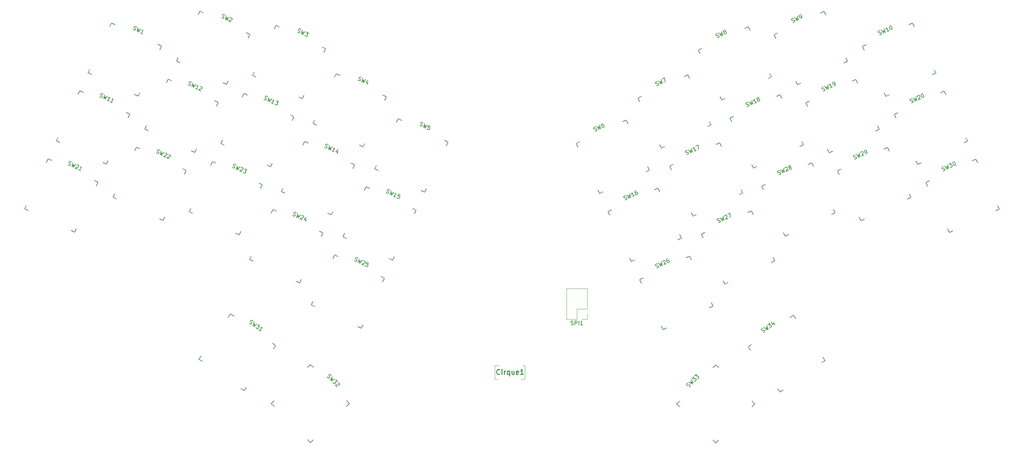
<source format=gbr>
%TF.GenerationSoftware,KiCad,Pcbnew,7.0.1*%
%TF.CreationDate,2023-04-15T18:04:16-04:00*%
%TF.ProjectId,Frigate,46726967-6174-4652-9e6b-696361645f70,rev?*%
%TF.SameCoordinates,Original*%
%TF.FileFunction,Legend,Top*%
%TF.FilePolarity,Positive*%
%FSLAX46Y46*%
G04 Gerber Fmt 4.6, Leading zero omitted, Abs format (unit mm)*
G04 Created by KiCad (PCBNEW 7.0.1) date 2023-04-15 18:04:16*
%MOMM*%
%LPD*%
G01*
G04 APERTURE LIST*
%ADD10C,0.150000*%
%ADD11C,0.254000*%
%ADD12C,0.100000*%
%ADD13C,0.120000*%
G04 APERTURE END LIST*
D10*
%TO.C,SW34*%
X205453572Y-128315710D02*
X205597906Y-128272778D01*
X205597906Y-128272778D02*
X205792943Y-128136212D01*
X205792943Y-128136212D02*
X205843644Y-128042578D01*
X205843644Y-128042578D02*
X205855338Y-127976258D01*
X205855338Y-127976258D02*
X205839719Y-127870930D01*
X205839719Y-127870930D02*
X205785093Y-127792916D01*
X205785093Y-127792916D02*
X205691459Y-127742214D01*
X205691459Y-127742214D02*
X205625139Y-127730520D01*
X205625139Y-127730520D02*
X205519811Y-127746139D01*
X205519811Y-127746139D02*
X205336469Y-127816385D01*
X205336469Y-127816385D02*
X205231141Y-127832004D01*
X205231141Y-127832004D02*
X205164821Y-127820310D01*
X205164821Y-127820310D02*
X205071187Y-127769608D01*
X205071187Y-127769608D02*
X205016561Y-127691594D01*
X205016561Y-127691594D02*
X205000942Y-127586266D01*
X205000942Y-127586266D02*
X205012636Y-127519946D01*
X205012636Y-127519946D02*
X205063337Y-127426312D01*
X205063337Y-127426312D02*
X205258373Y-127289747D01*
X205258373Y-127289747D02*
X205402708Y-127246814D01*
X205648446Y-127016615D02*
X206417059Y-127699201D01*
X206417059Y-127699201D02*
X206163390Y-127004840D01*
X206163390Y-127004840D02*
X206729116Y-127480696D01*
X206729116Y-127480696D02*
X206350576Y-126524978D01*
X206584620Y-126361099D02*
X207091714Y-126006028D01*
X207091714Y-126006028D02*
X207037168Y-126509278D01*
X207037168Y-126509278D02*
X207154190Y-126427338D01*
X207154190Y-126427338D02*
X207259518Y-126411719D01*
X207259518Y-126411719D02*
X207325838Y-126423413D01*
X207325838Y-126423413D02*
X207419472Y-126474115D01*
X207419472Y-126474115D02*
X207556037Y-126669151D01*
X207556037Y-126669151D02*
X207571657Y-126774479D01*
X207571657Y-126774479D02*
X207559962Y-126840799D01*
X207559962Y-126840799D02*
X207509261Y-126934433D01*
X207509261Y-126934433D02*
X207275218Y-127098312D01*
X207275218Y-127098312D02*
X207169890Y-127113931D01*
X207169890Y-127113931D02*
X207103570Y-127102237D01*
X207985036Y-125787442D02*
X208367420Y-126333543D01*
X207571495Y-125611950D02*
X207786156Y-126333624D01*
X207786156Y-126333624D02*
X208293250Y-125978553D01*
%TO.C,SW33*%
X186615265Y-142174757D02*
X186749952Y-142107414D01*
X186749952Y-142107414D02*
X186918311Y-141939055D01*
X186918311Y-141939055D02*
X186951983Y-141838040D01*
X186951983Y-141838040D02*
X186951983Y-141770696D01*
X186951983Y-141770696D02*
X186918311Y-141669681D01*
X186918311Y-141669681D02*
X186850968Y-141602338D01*
X186850968Y-141602338D02*
X186749952Y-141568666D01*
X186749952Y-141568666D02*
X186682609Y-141568666D01*
X186682609Y-141568666D02*
X186581594Y-141602338D01*
X186581594Y-141602338D02*
X186413235Y-141703353D01*
X186413235Y-141703353D02*
X186312219Y-141737025D01*
X186312219Y-141737025D02*
X186244876Y-141737025D01*
X186244876Y-141737025D02*
X186143861Y-141703353D01*
X186143861Y-141703353D02*
X186076517Y-141636009D01*
X186076517Y-141636009D02*
X186042845Y-141534994D01*
X186042845Y-141534994D02*
X186042845Y-141467651D01*
X186042845Y-141467651D02*
X186076517Y-141366635D01*
X186076517Y-141366635D02*
X186244876Y-141198277D01*
X186244876Y-141198277D02*
X186379563Y-141130933D01*
X186581594Y-140861559D02*
X187457059Y-141400307D01*
X187457059Y-141400307D02*
X187086670Y-140760544D01*
X187086670Y-140760544D02*
X187726433Y-141130933D01*
X187726433Y-141130933D02*
X187187685Y-140255468D01*
X187389715Y-140053437D02*
X187827448Y-139615704D01*
X187827448Y-139615704D02*
X187861120Y-140120781D01*
X187861120Y-140120781D02*
X187962135Y-140019765D01*
X187962135Y-140019765D02*
X188063151Y-139986094D01*
X188063151Y-139986094D02*
X188130494Y-139986094D01*
X188130494Y-139986094D02*
X188231509Y-140019765D01*
X188231509Y-140019765D02*
X188399868Y-140188124D01*
X188399868Y-140188124D02*
X188433540Y-140289139D01*
X188433540Y-140289139D02*
X188433540Y-140356483D01*
X188433540Y-140356483D02*
X188399868Y-140457498D01*
X188399868Y-140457498D02*
X188197838Y-140659529D01*
X188197838Y-140659529D02*
X188096822Y-140693200D01*
X188096822Y-140693200D02*
X188029479Y-140693200D01*
X188063151Y-139380002D02*
X188500883Y-138942269D01*
X188500883Y-138942269D02*
X188534555Y-139447346D01*
X188534555Y-139447346D02*
X188635570Y-139346330D01*
X188635570Y-139346330D02*
X188736586Y-139312659D01*
X188736586Y-139312659D02*
X188803929Y-139312659D01*
X188803929Y-139312659D02*
X188904944Y-139346330D01*
X188904944Y-139346330D02*
X189073303Y-139514689D01*
X189073303Y-139514689D02*
X189106975Y-139615704D01*
X189106975Y-139615704D02*
X189106975Y-139683048D01*
X189106975Y-139683048D02*
X189073303Y-139784063D01*
X189073303Y-139784063D02*
X188871273Y-139986094D01*
X188871273Y-139986094D02*
X188770257Y-140019765D01*
X188770257Y-140019765D02*
X188702914Y-140019765D01*
%TO.C,SW32*%
X94825301Y-139516933D02*
X94892644Y-139651620D01*
X94892644Y-139651620D02*
X95061003Y-139819979D01*
X95061003Y-139819979D02*
X95162018Y-139853651D01*
X95162018Y-139853651D02*
X95229362Y-139853651D01*
X95229362Y-139853651D02*
X95330377Y-139819979D01*
X95330377Y-139819979D02*
X95397720Y-139752636D01*
X95397720Y-139752636D02*
X95431392Y-139651620D01*
X95431392Y-139651620D02*
X95431392Y-139584277D01*
X95431392Y-139584277D02*
X95397720Y-139483262D01*
X95397720Y-139483262D02*
X95296705Y-139314903D01*
X95296705Y-139314903D02*
X95263033Y-139213887D01*
X95263033Y-139213887D02*
X95263033Y-139146544D01*
X95263033Y-139146544D02*
X95296705Y-139045529D01*
X95296705Y-139045529D02*
X95364049Y-138978185D01*
X95364049Y-138978185D02*
X95465064Y-138944513D01*
X95465064Y-138944513D02*
X95532407Y-138944513D01*
X95532407Y-138944513D02*
X95633423Y-138978185D01*
X95633423Y-138978185D02*
X95801781Y-139146544D01*
X95801781Y-139146544D02*
X95869125Y-139281231D01*
X96138499Y-139483262D02*
X95599751Y-140358727D01*
X95599751Y-140358727D02*
X96239514Y-139988338D01*
X96239514Y-139988338D02*
X95869125Y-140628101D01*
X95869125Y-140628101D02*
X96744590Y-140089353D01*
X96946621Y-140291383D02*
X97384354Y-140729116D01*
X97384354Y-140729116D02*
X96879277Y-140762788D01*
X96879277Y-140762788D02*
X96980293Y-140863803D01*
X96980293Y-140863803D02*
X97013964Y-140964819D01*
X97013964Y-140964819D02*
X97013964Y-141032162D01*
X97013964Y-141032162D02*
X96980293Y-141133177D01*
X96980293Y-141133177D02*
X96811934Y-141301536D01*
X96811934Y-141301536D02*
X96710919Y-141335208D01*
X96710919Y-141335208D02*
X96643575Y-141335208D01*
X96643575Y-141335208D02*
X96542560Y-141301536D01*
X96542560Y-141301536D02*
X96340529Y-141099506D01*
X96340529Y-141099506D02*
X96306858Y-140998490D01*
X96306858Y-140998490D02*
X96306858Y-140931147D01*
X97586384Y-141065834D02*
X97653728Y-141065834D01*
X97653728Y-141065834D02*
X97754743Y-141099506D01*
X97754743Y-141099506D02*
X97923102Y-141267864D01*
X97923102Y-141267864D02*
X97956773Y-141368880D01*
X97956773Y-141368880D02*
X97956773Y-141436223D01*
X97956773Y-141436223D02*
X97923102Y-141537238D01*
X97923102Y-141537238D02*
X97855758Y-141604582D01*
X97855758Y-141604582D02*
X97721071Y-141671925D01*
X97721071Y-141671925D02*
X96912949Y-141671925D01*
X96912949Y-141671925D02*
X97350682Y-142109658D01*
%TO.C,SW31*%
X75045834Y-125893783D02*
X75135543Y-126014730D01*
X75135543Y-126014730D02*
X75330579Y-126151296D01*
X75330579Y-126151296D02*
X75435907Y-126166915D01*
X75435907Y-126166915D02*
X75502227Y-126155221D01*
X75502227Y-126155221D02*
X75595861Y-126104520D01*
X75595861Y-126104520D02*
X75650487Y-126026505D01*
X75650487Y-126026505D02*
X75666106Y-125921177D01*
X75666106Y-125921177D02*
X75654412Y-125854857D01*
X75654412Y-125854857D02*
X75603711Y-125761224D01*
X75603711Y-125761224D02*
X75474995Y-125612964D01*
X75474995Y-125612964D02*
X75424293Y-125519330D01*
X75424293Y-125519330D02*
X75412599Y-125453010D01*
X75412599Y-125453010D02*
X75428218Y-125347682D01*
X75428218Y-125347682D02*
X75482845Y-125269668D01*
X75482845Y-125269668D02*
X75576478Y-125218966D01*
X75576478Y-125218966D02*
X75642799Y-125207272D01*
X75642799Y-125207272D02*
X75748126Y-125222891D01*
X75748126Y-125222891D02*
X75943163Y-125359457D01*
X75943163Y-125359457D02*
X76032871Y-125480404D01*
X76333235Y-125632589D02*
X75954695Y-126588307D01*
X75954695Y-126588307D02*
X76520421Y-126112451D01*
X76520421Y-126112451D02*
X76266753Y-126806812D01*
X76266753Y-126806812D02*
X77035365Y-126124226D01*
X77269409Y-126288105D02*
X77776503Y-126643176D01*
X77776503Y-126643176D02*
X77284947Y-126764041D01*
X77284947Y-126764041D02*
X77401969Y-126845981D01*
X77401969Y-126845981D02*
X77452670Y-126939615D01*
X77452670Y-126939615D02*
X77464364Y-127005935D01*
X77464364Y-127005935D02*
X77448745Y-127111263D01*
X77448745Y-127111263D02*
X77312179Y-127306299D01*
X77312179Y-127306299D02*
X77218545Y-127357000D01*
X77218545Y-127357000D02*
X77152225Y-127368694D01*
X77152225Y-127368694D02*
X77046897Y-127353075D01*
X77046897Y-127353075D02*
X76812854Y-127189196D01*
X76812854Y-127189196D02*
X76762153Y-127095563D01*
X76762153Y-127095563D02*
X76750459Y-127029242D01*
X77983071Y-128008591D02*
X77514984Y-127680833D01*
X77749028Y-127844712D02*
X78322604Y-127025560D01*
X78322604Y-127025560D02*
X78162650Y-127087955D01*
X78162650Y-127087955D02*
X78030009Y-127111344D01*
X78030009Y-127111344D02*
X77924682Y-127095724D01*
%TO.C,SW30*%
X251104453Y-87297150D02*
X251254050Y-87279934D01*
X251254050Y-87279934D02*
X251469837Y-87179310D01*
X251469837Y-87179310D02*
X251536028Y-87095903D01*
X251536028Y-87095903D02*
X251559061Y-87032621D01*
X251559061Y-87032621D02*
X251561969Y-86926181D01*
X251561969Y-86926181D02*
X251521719Y-86839866D01*
X251521719Y-86839866D02*
X251438312Y-86773676D01*
X251438312Y-86773676D02*
X251375030Y-86750643D01*
X251375030Y-86750643D02*
X251268591Y-86747735D01*
X251268591Y-86747735D02*
X251075836Y-86785076D01*
X251075836Y-86785076D02*
X250969396Y-86782168D01*
X250969396Y-86782168D02*
X250906114Y-86759135D01*
X250906114Y-86759135D02*
X250822707Y-86692945D01*
X250822707Y-86692945D02*
X250782458Y-86606630D01*
X250782458Y-86606630D02*
X250785366Y-86500190D01*
X250785366Y-86500190D02*
X250808399Y-86436908D01*
X250808399Y-86436908D02*
X250874589Y-86353501D01*
X250874589Y-86353501D02*
X251090377Y-86252878D01*
X251090377Y-86252878D02*
X251239974Y-86235661D01*
X251521952Y-86051631D02*
X252160358Y-86857315D01*
X252160358Y-86857315D02*
X252031117Y-86129454D01*
X252031117Y-86129454D02*
X252505618Y-86696318D01*
X252505618Y-86696318D02*
X252298787Y-85689387D01*
X252557732Y-85568639D02*
X253118780Y-85307018D01*
X253118780Y-85307018D02*
X252977674Y-85793151D01*
X252977674Y-85793151D02*
X253107147Y-85732777D01*
X253107147Y-85732777D02*
X253213587Y-85735685D01*
X253213587Y-85735685D02*
X253276869Y-85758718D01*
X253276869Y-85758718D02*
X253360276Y-85824908D01*
X253360276Y-85824908D02*
X253460899Y-86040696D01*
X253460899Y-86040696D02*
X253457991Y-86147135D01*
X253457991Y-86147135D02*
X253434958Y-86210417D01*
X253434958Y-86210417D02*
X253368768Y-86293824D01*
X253368768Y-86293824D02*
X253109823Y-86414572D01*
X253109823Y-86414572D02*
X253003383Y-86411664D01*
X253003383Y-86411664D02*
X252940101Y-86388631D01*
X253679827Y-85045397D02*
X253766142Y-85005148D01*
X253766142Y-85005148D02*
X253872582Y-85008056D01*
X253872582Y-85008056D02*
X253935864Y-85031089D01*
X253935864Y-85031089D02*
X254019271Y-85097279D01*
X254019271Y-85097279D02*
X254142927Y-85249784D01*
X254142927Y-85249784D02*
X254243551Y-85465572D01*
X254243551Y-85465572D02*
X254280892Y-85658327D01*
X254280892Y-85658327D02*
X254277984Y-85764766D01*
X254277984Y-85764766D02*
X254254951Y-85828048D01*
X254254951Y-85828048D02*
X254188761Y-85911455D01*
X254188761Y-85911455D02*
X254102446Y-85951705D01*
X254102446Y-85951705D02*
X253996006Y-85948797D01*
X253996006Y-85948797D02*
X253932724Y-85925764D01*
X253932724Y-85925764D02*
X253849317Y-85859573D01*
X253849317Y-85859573D02*
X253725661Y-85707068D01*
X253725661Y-85707068D02*
X253625037Y-85491280D01*
X253625037Y-85491280D02*
X253587696Y-85298526D01*
X253587696Y-85298526D02*
X253590604Y-85192086D01*
X253590604Y-85192086D02*
X253613637Y-85128804D01*
X253613637Y-85128804D02*
X253679827Y-85045397D01*
%TO.C,SW29*%
X228662258Y-84309734D02*
X228811855Y-84292518D01*
X228811855Y-84292518D02*
X229027642Y-84191894D01*
X229027642Y-84191894D02*
X229093833Y-84108487D01*
X229093833Y-84108487D02*
X229116866Y-84045205D01*
X229116866Y-84045205D02*
X229119774Y-83938765D01*
X229119774Y-83938765D02*
X229079524Y-83852450D01*
X229079524Y-83852450D02*
X228996117Y-83786260D01*
X228996117Y-83786260D02*
X228932835Y-83763227D01*
X228932835Y-83763227D02*
X228826396Y-83760319D01*
X228826396Y-83760319D02*
X228633641Y-83797660D01*
X228633641Y-83797660D02*
X228527201Y-83794752D01*
X228527201Y-83794752D02*
X228463919Y-83771719D01*
X228463919Y-83771719D02*
X228380512Y-83705529D01*
X228380512Y-83705529D02*
X228340263Y-83619214D01*
X228340263Y-83619214D02*
X228343171Y-83512774D01*
X228343171Y-83512774D02*
X228366204Y-83449492D01*
X228366204Y-83449492D02*
X228432394Y-83366085D01*
X228432394Y-83366085D02*
X228648182Y-83265462D01*
X228648182Y-83265462D02*
X228797779Y-83248245D01*
X229079757Y-83064215D02*
X229718163Y-83869899D01*
X229718163Y-83869899D02*
X229588922Y-83142038D01*
X229588922Y-83142038D02*
X230063423Y-83708902D01*
X230063423Y-83708902D02*
X229856592Y-82701971D01*
X230198944Y-82647413D02*
X230221977Y-82584131D01*
X230221977Y-82584131D02*
X230288167Y-82500724D01*
X230288167Y-82500724D02*
X230503955Y-82400100D01*
X230503955Y-82400100D02*
X230610394Y-82403009D01*
X230610394Y-82403009D02*
X230673677Y-82426041D01*
X230673677Y-82426041D02*
X230757083Y-82492232D01*
X230757083Y-82492232D02*
X230797333Y-82578547D01*
X230797333Y-82578547D02*
X230814549Y-82728144D01*
X230814549Y-82728144D02*
X230538155Y-83487530D01*
X230538155Y-83487530D02*
X231099203Y-83225910D01*
X231530778Y-83024663D02*
X231703408Y-82944164D01*
X231703408Y-82944164D02*
X231769599Y-82860757D01*
X231769599Y-82860757D02*
X231792631Y-82797475D01*
X231792631Y-82797475D02*
X231818572Y-82627753D01*
X231818572Y-82627753D02*
X231781231Y-82434998D01*
X231781231Y-82434998D02*
X231620234Y-82089738D01*
X231620234Y-82089738D02*
X231536827Y-82023548D01*
X231536827Y-82023548D02*
X231473545Y-82000515D01*
X231473545Y-82000515D02*
X231367105Y-81997607D01*
X231367105Y-81997607D02*
X231194475Y-82078106D01*
X231194475Y-82078106D02*
X231128285Y-82161512D01*
X231128285Y-82161512D02*
X231105252Y-82224795D01*
X231105252Y-82224795D02*
X231102344Y-82331234D01*
X231102344Y-82331234D02*
X231202967Y-82547022D01*
X231202967Y-82547022D02*
X231286374Y-82613212D01*
X231286374Y-82613212D02*
X231349656Y-82636245D01*
X231349656Y-82636245D02*
X231456096Y-82639153D01*
X231456096Y-82639153D02*
X231628726Y-82558655D01*
X231628726Y-82558655D02*
X231694916Y-82475248D01*
X231694916Y-82475248D02*
X231717949Y-82411966D01*
X231717949Y-82411966D02*
X231720857Y-82305526D01*
%TO.C,SW28*%
X209440413Y-88228384D02*
X209590010Y-88211168D01*
X209590010Y-88211168D02*
X209805797Y-88110544D01*
X209805797Y-88110544D02*
X209871988Y-88027137D01*
X209871988Y-88027137D02*
X209895021Y-87963855D01*
X209895021Y-87963855D02*
X209897929Y-87857415D01*
X209897929Y-87857415D02*
X209857679Y-87771100D01*
X209857679Y-87771100D02*
X209774272Y-87704910D01*
X209774272Y-87704910D02*
X209710990Y-87681877D01*
X209710990Y-87681877D02*
X209604551Y-87678969D01*
X209604551Y-87678969D02*
X209411796Y-87716310D01*
X209411796Y-87716310D02*
X209305356Y-87713402D01*
X209305356Y-87713402D02*
X209242074Y-87690369D01*
X209242074Y-87690369D02*
X209158667Y-87624179D01*
X209158667Y-87624179D02*
X209118418Y-87537864D01*
X209118418Y-87537864D02*
X209121326Y-87431424D01*
X209121326Y-87431424D02*
X209144359Y-87368142D01*
X209144359Y-87368142D02*
X209210549Y-87284735D01*
X209210549Y-87284735D02*
X209426337Y-87184112D01*
X209426337Y-87184112D02*
X209575934Y-87166895D01*
X209857912Y-86982865D02*
X210496318Y-87788549D01*
X210496318Y-87788549D02*
X210367077Y-87060688D01*
X210367077Y-87060688D02*
X210841578Y-87627552D01*
X210841578Y-87627552D02*
X210634747Y-86620621D01*
X210977099Y-86566063D02*
X211000132Y-86502781D01*
X211000132Y-86502781D02*
X211066322Y-86419374D01*
X211066322Y-86419374D02*
X211282110Y-86318750D01*
X211282110Y-86318750D02*
X211388549Y-86321659D01*
X211388549Y-86321659D02*
X211451832Y-86344691D01*
X211451832Y-86344691D02*
X211535238Y-86410882D01*
X211535238Y-86410882D02*
X211575488Y-86497197D01*
X211575488Y-86497197D02*
X211592704Y-86646794D01*
X211592704Y-86646794D02*
X211316310Y-87406180D01*
X211316310Y-87406180D02*
X211877358Y-87144560D01*
X212153752Y-86385173D02*
X212047312Y-86382265D01*
X212047312Y-86382265D02*
X211984030Y-86359232D01*
X211984030Y-86359232D02*
X211900623Y-86293042D01*
X211900623Y-86293042D02*
X211880499Y-86249884D01*
X211880499Y-86249884D02*
X211883407Y-86143445D01*
X211883407Y-86143445D02*
X211906440Y-86080162D01*
X211906440Y-86080162D02*
X211972630Y-85996756D01*
X211972630Y-85996756D02*
X212145260Y-85916257D01*
X212145260Y-85916257D02*
X212251700Y-85919165D01*
X212251700Y-85919165D02*
X212314982Y-85942198D01*
X212314982Y-85942198D02*
X212398389Y-86008388D01*
X212398389Y-86008388D02*
X212418513Y-86051546D01*
X212418513Y-86051546D02*
X212415605Y-86157985D01*
X212415605Y-86157985D02*
X212392572Y-86221268D01*
X212392572Y-86221268D02*
X212326382Y-86304675D01*
X212326382Y-86304675D02*
X212153752Y-86385173D01*
X212153752Y-86385173D02*
X212087562Y-86468580D01*
X212087562Y-86468580D02*
X212064529Y-86531862D01*
X212064529Y-86531862D02*
X212061621Y-86638302D01*
X212061621Y-86638302D02*
X212142119Y-86810932D01*
X212142119Y-86810932D02*
X212225526Y-86877122D01*
X212225526Y-86877122D02*
X212288808Y-86900155D01*
X212288808Y-86900155D02*
X212395248Y-86903063D01*
X212395248Y-86903063D02*
X212567878Y-86822565D01*
X212567878Y-86822565D02*
X212634069Y-86739158D01*
X212634069Y-86739158D02*
X212657101Y-86675876D01*
X212657101Y-86675876D02*
X212660010Y-86569436D01*
X212660010Y-86569436D02*
X212579511Y-86396806D01*
X212579511Y-86396806D02*
X212496104Y-86330616D01*
X212496104Y-86330616D02*
X212432822Y-86307583D01*
X212432822Y-86307583D02*
X212326382Y-86304675D01*
%TO.C,SW27*%
X194107461Y-100422901D02*
X194257058Y-100405685D01*
X194257058Y-100405685D02*
X194472845Y-100305061D01*
X194472845Y-100305061D02*
X194539036Y-100221654D01*
X194539036Y-100221654D02*
X194562069Y-100158372D01*
X194562069Y-100158372D02*
X194564977Y-100051932D01*
X194564977Y-100051932D02*
X194524727Y-99965617D01*
X194524727Y-99965617D02*
X194441320Y-99899427D01*
X194441320Y-99899427D02*
X194378038Y-99876394D01*
X194378038Y-99876394D02*
X194271599Y-99873486D01*
X194271599Y-99873486D02*
X194078844Y-99910827D01*
X194078844Y-99910827D02*
X193972404Y-99907919D01*
X193972404Y-99907919D02*
X193909122Y-99884886D01*
X193909122Y-99884886D02*
X193825715Y-99818696D01*
X193825715Y-99818696D02*
X193785466Y-99732381D01*
X193785466Y-99732381D02*
X193788374Y-99625941D01*
X193788374Y-99625941D02*
X193811407Y-99562659D01*
X193811407Y-99562659D02*
X193877597Y-99479252D01*
X193877597Y-99479252D02*
X194093385Y-99378629D01*
X194093385Y-99378629D02*
X194242982Y-99361412D01*
X194524960Y-99177382D02*
X195163366Y-99983066D01*
X195163366Y-99983066D02*
X195034125Y-99255205D01*
X195034125Y-99255205D02*
X195508626Y-99822069D01*
X195508626Y-99822069D02*
X195301795Y-98815138D01*
X195644147Y-98760580D02*
X195667180Y-98697298D01*
X195667180Y-98697298D02*
X195733370Y-98613891D01*
X195733370Y-98613891D02*
X195949158Y-98513267D01*
X195949158Y-98513267D02*
X196055597Y-98516176D01*
X196055597Y-98516176D02*
X196118880Y-98539208D01*
X196118880Y-98539208D02*
X196202286Y-98605399D01*
X196202286Y-98605399D02*
X196242536Y-98691714D01*
X196242536Y-98691714D02*
X196259752Y-98841311D01*
X196259752Y-98841311D02*
X195983358Y-99600697D01*
X195983358Y-99600697D02*
X196544406Y-99339077D01*
X196423890Y-98291896D02*
X197028095Y-98010150D01*
X197028095Y-98010150D02*
X197062296Y-99097580D01*
%TO.C,SW26*%
X178452473Y-111926811D02*
X178602070Y-111909595D01*
X178602070Y-111909595D02*
X178817857Y-111808971D01*
X178817857Y-111808971D02*
X178884048Y-111725564D01*
X178884048Y-111725564D02*
X178907081Y-111662282D01*
X178907081Y-111662282D02*
X178909989Y-111555842D01*
X178909989Y-111555842D02*
X178869739Y-111469527D01*
X178869739Y-111469527D02*
X178786332Y-111403337D01*
X178786332Y-111403337D02*
X178723050Y-111380304D01*
X178723050Y-111380304D02*
X178616611Y-111377396D01*
X178616611Y-111377396D02*
X178423856Y-111414737D01*
X178423856Y-111414737D02*
X178317416Y-111411829D01*
X178317416Y-111411829D02*
X178254134Y-111388796D01*
X178254134Y-111388796D02*
X178170727Y-111322606D01*
X178170727Y-111322606D02*
X178130478Y-111236291D01*
X178130478Y-111236291D02*
X178133386Y-111129851D01*
X178133386Y-111129851D02*
X178156419Y-111066569D01*
X178156419Y-111066569D02*
X178222609Y-110983162D01*
X178222609Y-110983162D02*
X178438397Y-110882539D01*
X178438397Y-110882539D02*
X178587994Y-110865322D01*
X178869972Y-110681292D02*
X179508378Y-111486976D01*
X179508378Y-111486976D02*
X179379137Y-110759115D01*
X179379137Y-110759115D02*
X179853638Y-111325979D01*
X179853638Y-111325979D02*
X179646807Y-110319048D01*
X179989159Y-110264490D02*
X180012192Y-110201208D01*
X180012192Y-110201208D02*
X180078382Y-110117801D01*
X180078382Y-110117801D02*
X180294170Y-110017177D01*
X180294170Y-110017177D02*
X180400609Y-110020086D01*
X180400609Y-110020086D02*
X180463892Y-110043118D01*
X180463892Y-110043118D02*
X180547298Y-110109309D01*
X180547298Y-110109309D02*
X180587548Y-110195624D01*
X180587548Y-110195624D02*
X180604764Y-110345221D01*
X180604764Y-110345221D02*
X180328370Y-111104607D01*
X180328370Y-111104607D02*
X180889418Y-110842987D01*
X181243635Y-109574435D02*
X181071005Y-109654933D01*
X181071005Y-109654933D02*
X181004815Y-109738340D01*
X181004815Y-109738340D02*
X180981782Y-109801622D01*
X180981782Y-109801622D02*
X180955841Y-109971344D01*
X180955841Y-109971344D02*
X180993182Y-110164099D01*
X180993182Y-110164099D02*
X181154179Y-110509359D01*
X181154179Y-110509359D02*
X181237586Y-110575549D01*
X181237586Y-110575549D02*
X181300868Y-110598582D01*
X181300868Y-110598582D02*
X181407308Y-110601490D01*
X181407308Y-110601490D02*
X181579938Y-110520992D01*
X181579938Y-110520992D02*
X181646129Y-110437585D01*
X181646129Y-110437585D02*
X181669161Y-110374303D01*
X181669161Y-110374303D02*
X181672070Y-110267863D01*
X181672070Y-110267863D02*
X181571446Y-110052075D01*
X181571446Y-110052075D02*
X181488039Y-109985885D01*
X181488039Y-109985885D02*
X181424757Y-109962852D01*
X181424757Y-109962852D02*
X181318317Y-109959944D01*
X181318317Y-109959944D02*
X181145687Y-110040443D01*
X181145687Y-110040443D02*
X181079497Y-110123850D01*
X181079497Y-110123850D02*
X181056464Y-110187132D01*
X181056464Y-110187132D02*
X181053556Y-110293571D01*
%TO.C,SW25*%
X101752452Y-110068734D02*
X101861800Y-110172266D01*
X101861800Y-110172266D02*
X102077588Y-110272889D01*
X102077588Y-110272889D02*
X102184028Y-110269981D01*
X102184028Y-110269981D02*
X102247310Y-110246948D01*
X102247310Y-110246948D02*
X102330717Y-110180758D01*
X102330717Y-110180758D02*
X102370966Y-110094443D01*
X102370966Y-110094443D02*
X102368058Y-109988003D01*
X102368058Y-109988003D02*
X102345025Y-109924721D01*
X102345025Y-109924721D02*
X102278835Y-109841314D01*
X102278835Y-109841314D02*
X102126329Y-109717658D01*
X102126329Y-109717658D02*
X102060139Y-109634251D01*
X102060139Y-109634251D02*
X102037106Y-109570969D01*
X102037106Y-109570969D02*
X102034198Y-109464529D01*
X102034198Y-109464529D02*
X102074447Y-109378214D01*
X102074447Y-109378214D02*
X102157854Y-109312024D01*
X102157854Y-109312024D02*
X102221136Y-109288991D01*
X102221136Y-109288991D02*
X102327576Y-109286083D01*
X102327576Y-109286083D02*
X102543364Y-109386706D01*
X102543364Y-109386706D02*
X102652711Y-109490238D01*
X102974939Y-109587953D02*
X102768108Y-110594884D01*
X102768108Y-110594884D02*
X103242608Y-110028020D01*
X103242608Y-110028020D02*
X103113368Y-110755882D01*
X103113368Y-110755882D02*
X103751774Y-109950197D01*
X104013627Y-110177385D02*
X104076909Y-110154352D01*
X104076909Y-110154352D02*
X104183349Y-110151444D01*
X104183349Y-110151444D02*
X104399137Y-110252067D01*
X104399137Y-110252067D02*
X104465327Y-110335474D01*
X104465327Y-110335474D02*
X104488360Y-110398756D01*
X104488360Y-110398756D02*
X104491268Y-110505196D01*
X104491268Y-110505196D02*
X104451019Y-110591511D01*
X104451019Y-110591511D02*
X104347487Y-110700859D01*
X104347487Y-110700859D02*
X103588101Y-110977253D01*
X103588101Y-110977253D02*
X104149148Y-111238874D01*
X105391759Y-110714935D02*
X104960184Y-110513688D01*
X104960184Y-110513688D02*
X104715780Y-110925139D01*
X104715780Y-110925139D02*
X104779062Y-110902106D01*
X104779062Y-110902106D02*
X104885502Y-110899198D01*
X104885502Y-110899198D02*
X105101289Y-110999821D01*
X105101289Y-110999821D02*
X105167480Y-111083228D01*
X105167480Y-111083228D02*
X105190513Y-111146510D01*
X105190513Y-111146510D02*
X105193421Y-111252950D01*
X105193421Y-111252950D02*
X105092797Y-111468737D01*
X105092797Y-111468737D02*
X105009391Y-111534928D01*
X105009391Y-111534928D02*
X104946108Y-111557961D01*
X104946108Y-111557961D02*
X104839669Y-111560869D01*
X104839669Y-111560869D02*
X104623881Y-111460245D01*
X104623881Y-111460245D02*
X104557691Y-111376839D01*
X104557691Y-111376839D02*
X104534658Y-111313556D01*
%TO.C,SW24*%
X86097464Y-98564823D02*
X86206812Y-98668355D01*
X86206812Y-98668355D02*
X86422600Y-98768978D01*
X86422600Y-98768978D02*
X86529040Y-98766070D01*
X86529040Y-98766070D02*
X86592322Y-98743037D01*
X86592322Y-98743037D02*
X86675729Y-98676847D01*
X86675729Y-98676847D02*
X86715978Y-98590532D01*
X86715978Y-98590532D02*
X86713070Y-98484092D01*
X86713070Y-98484092D02*
X86690037Y-98420810D01*
X86690037Y-98420810D02*
X86623847Y-98337403D01*
X86623847Y-98337403D02*
X86471341Y-98213747D01*
X86471341Y-98213747D02*
X86405151Y-98130340D01*
X86405151Y-98130340D02*
X86382118Y-98067058D01*
X86382118Y-98067058D02*
X86379210Y-97960618D01*
X86379210Y-97960618D02*
X86419459Y-97874303D01*
X86419459Y-97874303D02*
X86502866Y-97808113D01*
X86502866Y-97808113D02*
X86566148Y-97785080D01*
X86566148Y-97785080D02*
X86672588Y-97782172D01*
X86672588Y-97782172D02*
X86888376Y-97882795D01*
X86888376Y-97882795D02*
X86997723Y-97986327D01*
X87319951Y-98084042D02*
X87113120Y-99090973D01*
X87113120Y-99090973D02*
X87587620Y-98524109D01*
X87587620Y-98524109D02*
X87458380Y-99251971D01*
X87458380Y-99251971D02*
X88096786Y-98446286D01*
X88358639Y-98673474D02*
X88421921Y-98650441D01*
X88421921Y-98650441D02*
X88528361Y-98647533D01*
X88528361Y-98647533D02*
X88744149Y-98748156D01*
X88744149Y-98748156D02*
X88810339Y-98831563D01*
X88810339Y-98831563D02*
X88833372Y-98894845D01*
X88833372Y-98894845D02*
X88836280Y-99001285D01*
X88836280Y-99001285D02*
X88796031Y-99087600D01*
X88796031Y-99087600D02*
X88692499Y-99196948D01*
X88692499Y-99196948D02*
X87933113Y-99473342D01*
X87933113Y-99473342D02*
X88494160Y-99734963D01*
X89552741Y-99493002D02*
X89270996Y-100097207D01*
X89497951Y-99047118D02*
X88980293Y-99593858D01*
X88980293Y-99593858D02*
X89541341Y-99855479D01*
%TO.C,SW23*%
X70764511Y-86370306D02*
X70873859Y-86473838D01*
X70873859Y-86473838D02*
X71089647Y-86574461D01*
X71089647Y-86574461D02*
X71196087Y-86571553D01*
X71196087Y-86571553D02*
X71259369Y-86548520D01*
X71259369Y-86548520D02*
X71342776Y-86482330D01*
X71342776Y-86482330D02*
X71383025Y-86396015D01*
X71383025Y-86396015D02*
X71380117Y-86289575D01*
X71380117Y-86289575D02*
X71357084Y-86226293D01*
X71357084Y-86226293D02*
X71290894Y-86142886D01*
X71290894Y-86142886D02*
X71138388Y-86019230D01*
X71138388Y-86019230D02*
X71072198Y-85935823D01*
X71072198Y-85935823D02*
X71049165Y-85872541D01*
X71049165Y-85872541D02*
X71046257Y-85766101D01*
X71046257Y-85766101D02*
X71086506Y-85679786D01*
X71086506Y-85679786D02*
X71169913Y-85613596D01*
X71169913Y-85613596D02*
X71233195Y-85590563D01*
X71233195Y-85590563D02*
X71339635Y-85587655D01*
X71339635Y-85587655D02*
X71555423Y-85688278D01*
X71555423Y-85688278D02*
X71664770Y-85791810D01*
X71986998Y-85889525D02*
X71780167Y-86896456D01*
X71780167Y-86896456D02*
X72254667Y-86329592D01*
X72254667Y-86329592D02*
X72125427Y-87057454D01*
X72125427Y-87057454D02*
X72763833Y-86251769D01*
X73025686Y-86478957D02*
X73088968Y-86455924D01*
X73088968Y-86455924D02*
X73195408Y-86453016D01*
X73195408Y-86453016D02*
X73411196Y-86553639D01*
X73411196Y-86553639D02*
X73477386Y-86637046D01*
X73477386Y-86637046D02*
X73500419Y-86700328D01*
X73500419Y-86700328D02*
X73503327Y-86806768D01*
X73503327Y-86806768D02*
X73463078Y-86893083D01*
X73463078Y-86893083D02*
X73359546Y-87002431D01*
X73359546Y-87002431D02*
X72600160Y-87278825D01*
X72600160Y-87278825D02*
X73161207Y-87540446D01*
X73885928Y-86775011D02*
X74446976Y-87036632D01*
X74446976Y-87036632D02*
X73983876Y-87241019D01*
X73983876Y-87241019D02*
X74113348Y-87301393D01*
X74113348Y-87301393D02*
X74179539Y-87384800D01*
X74179539Y-87384800D02*
X74202572Y-87448082D01*
X74202572Y-87448082D02*
X74205480Y-87554522D01*
X74205480Y-87554522D02*
X74104856Y-87770309D01*
X74104856Y-87770309D02*
X74021450Y-87836500D01*
X74021450Y-87836500D02*
X73958167Y-87859533D01*
X73958167Y-87859533D02*
X73851728Y-87862441D01*
X73851728Y-87862441D02*
X73592783Y-87741693D01*
X73592783Y-87741693D02*
X73526592Y-87658286D01*
X73526592Y-87658286D02*
X73503559Y-87595004D01*
%TO.C,SW22*%
X51459792Y-82693270D02*
X51569140Y-82796802D01*
X51569140Y-82796802D02*
X51784928Y-82897425D01*
X51784928Y-82897425D02*
X51891368Y-82894517D01*
X51891368Y-82894517D02*
X51954650Y-82871484D01*
X51954650Y-82871484D02*
X52038057Y-82805294D01*
X52038057Y-82805294D02*
X52078306Y-82718979D01*
X52078306Y-82718979D02*
X52075398Y-82612539D01*
X52075398Y-82612539D02*
X52052365Y-82549257D01*
X52052365Y-82549257D02*
X51986175Y-82465850D01*
X51986175Y-82465850D02*
X51833669Y-82342194D01*
X51833669Y-82342194D02*
X51767479Y-82258787D01*
X51767479Y-82258787D02*
X51744446Y-82195505D01*
X51744446Y-82195505D02*
X51741538Y-82089065D01*
X51741538Y-82089065D02*
X51781787Y-82002750D01*
X51781787Y-82002750D02*
X51865194Y-81936560D01*
X51865194Y-81936560D02*
X51928476Y-81913527D01*
X51928476Y-81913527D02*
X52034916Y-81910619D01*
X52034916Y-81910619D02*
X52250704Y-82011242D01*
X52250704Y-82011242D02*
X52360051Y-82114774D01*
X52682279Y-82212489D02*
X52475448Y-83219420D01*
X52475448Y-83219420D02*
X52949948Y-82652556D01*
X52949948Y-82652556D02*
X52820708Y-83380418D01*
X52820708Y-83380418D02*
X53459114Y-82574733D01*
X53720967Y-82801921D02*
X53784249Y-82778888D01*
X53784249Y-82778888D02*
X53890689Y-82775980D01*
X53890689Y-82775980D02*
X54106477Y-82876603D01*
X54106477Y-82876603D02*
X54172667Y-82960010D01*
X54172667Y-82960010D02*
X54195700Y-83023292D01*
X54195700Y-83023292D02*
X54198608Y-83129732D01*
X54198608Y-83129732D02*
X54158359Y-83216047D01*
X54158359Y-83216047D02*
X54054827Y-83325395D01*
X54054827Y-83325395D02*
X53295441Y-83601789D01*
X53295441Y-83601789D02*
X53856488Y-83863410D01*
X54584117Y-83204415D02*
X54647400Y-83181382D01*
X54647400Y-83181382D02*
X54753839Y-83178474D01*
X54753839Y-83178474D02*
X54969627Y-83279097D01*
X54969627Y-83279097D02*
X55035817Y-83362504D01*
X55035817Y-83362504D02*
X55058850Y-83425786D01*
X55058850Y-83425786D02*
X55061758Y-83532226D01*
X55061758Y-83532226D02*
X55021509Y-83618541D01*
X55021509Y-83618541D02*
X54917977Y-83727889D01*
X54917977Y-83727889D02*
X54158591Y-84004283D01*
X54158591Y-84004283D02*
X54719639Y-84265904D01*
%TO.C,SW21*%
X29042067Y-85692097D02*
X29151415Y-85795629D01*
X29151415Y-85795629D02*
X29367203Y-85896252D01*
X29367203Y-85896252D02*
X29473643Y-85893344D01*
X29473643Y-85893344D02*
X29536925Y-85870311D01*
X29536925Y-85870311D02*
X29620332Y-85804121D01*
X29620332Y-85804121D02*
X29660581Y-85717806D01*
X29660581Y-85717806D02*
X29657673Y-85611366D01*
X29657673Y-85611366D02*
X29634640Y-85548084D01*
X29634640Y-85548084D02*
X29568450Y-85464677D01*
X29568450Y-85464677D02*
X29415944Y-85341021D01*
X29415944Y-85341021D02*
X29349754Y-85257614D01*
X29349754Y-85257614D02*
X29326721Y-85194332D01*
X29326721Y-85194332D02*
X29323813Y-85087892D01*
X29323813Y-85087892D02*
X29364062Y-85001577D01*
X29364062Y-85001577D02*
X29447469Y-84935387D01*
X29447469Y-84935387D02*
X29510751Y-84912354D01*
X29510751Y-84912354D02*
X29617191Y-84909446D01*
X29617191Y-84909446D02*
X29832979Y-85010069D01*
X29832979Y-85010069D02*
X29942326Y-85113601D01*
X30264554Y-85211316D02*
X30057723Y-86218247D01*
X30057723Y-86218247D02*
X30532223Y-85651383D01*
X30532223Y-85651383D02*
X30402983Y-86379245D01*
X30402983Y-86379245D02*
X31041389Y-85573560D01*
X31303242Y-85800748D02*
X31366524Y-85777715D01*
X31366524Y-85777715D02*
X31472964Y-85774807D01*
X31472964Y-85774807D02*
X31688752Y-85875430D01*
X31688752Y-85875430D02*
X31754942Y-85958837D01*
X31754942Y-85958837D02*
X31777975Y-86022119D01*
X31777975Y-86022119D02*
X31780883Y-86128559D01*
X31780883Y-86128559D02*
X31740634Y-86214874D01*
X31740634Y-86214874D02*
X31637102Y-86324222D01*
X31637102Y-86324222D02*
X30877716Y-86600616D01*
X30877716Y-86600616D02*
X31438763Y-86862237D01*
X32301914Y-87264731D02*
X31784024Y-87023234D01*
X32042969Y-87143982D02*
X32465587Y-86237675D01*
X32465587Y-86237675D02*
X32318898Y-86326898D01*
X32318898Y-86326898D02*
X32192333Y-86372964D01*
X32192333Y-86372964D02*
X32085894Y-86375872D01*
%TO.C,SW20*%
X243053575Y-70031987D02*
X243203172Y-70014771D01*
X243203172Y-70014771D02*
X243418959Y-69914147D01*
X243418959Y-69914147D02*
X243485150Y-69830740D01*
X243485150Y-69830740D02*
X243508183Y-69767458D01*
X243508183Y-69767458D02*
X243511091Y-69661018D01*
X243511091Y-69661018D02*
X243470841Y-69574703D01*
X243470841Y-69574703D02*
X243387434Y-69508513D01*
X243387434Y-69508513D02*
X243324152Y-69485480D01*
X243324152Y-69485480D02*
X243217713Y-69482572D01*
X243217713Y-69482572D02*
X243024958Y-69519913D01*
X243024958Y-69519913D02*
X242918518Y-69517005D01*
X242918518Y-69517005D02*
X242855236Y-69493972D01*
X242855236Y-69493972D02*
X242771829Y-69427782D01*
X242771829Y-69427782D02*
X242731580Y-69341467D01*
X242731580Y-69341467D02*
X242734488Y-69235027D01*
X242734488Y-69235027D02*
X242757521Y-69171745D01*
X242757521Y-69171745D02*
X242823711Y-69088338D01*
X242823711Y-69088338D02*
X243039499Y-68987715D01*
X243039499Y-68987715D02*
X243189096Y-68970498D01*
X243471074Y-68786468D02*
X244109480Y-69592152D01*
X244109480Y-69592152D02*
X243980239Y-68864291D01*
X243980239Y-68864291D02*
X244454740Y-69431155D01*
X244454740Y-69431155D02*
X244247909Y-68424224D01*
X244590261Y-68369666D02*
X244613294Y-68306384D01*
X244613294Y-68306384D02*
X244679484Y-68222977D01*
X244679484Y-68222977D02*
X244895272Y-68122353D01*
X244895272Y-68122353D02*
X245001711Y-68125262D01*
X245001711Y-68125262D02*
X245064994Y-68148294D01*
X245064994Y-68148294D02*
X245148400Y-68214485D01*
X245148400Y-68214485D02*
X245188650Y-68300800D01*
X245188650Y-68300800D02*
X245205866Y-68450397D01*
X245205866Y-68450397D02*
X244929472Y-69209783D01*
X244929472Y-69209783D02*
X245490520Y-68948163D01*
X245628949Y-67780234D02*
X245715264Y-67739985D01*
X245715264Y-67739985D02*
X245821704Y-67742893D01*
X245821704Y-67742893D02*
X245884986Y-67765926D01*
X245884986Y-67765926D02*
X245968393Y-67832116D01*
X245968393Y-67832116D02*
X246092049Y-67984621D01*
X246092049Y-67984621D02*
X246192673Y-68200409D01*
X246192673Y-68200409D02*
X246230014Y-68393164D01*
X246230014Y-68393164D02*
X246227106Y-68499603D01*
X246227106Y-68499603D02*
X246204073Y-68562885D01*
X246204073Y-68562885D02*
X246137883Y-68646292D01*
X246137883Y-68646292D02*
X246051568Y-68686542D01*
X246051568Y-68686542D02*
X245945128Y-68683634D01*
X245945128Y-68683634D02*
X245881846Y-68660601D01*
X245881846Y-68660601D02*
X245798439Y-68594410D01*
X245798439Y-68594410D02*
X245674783Y-68441905D01*
X245674783Y-68441905D02*
X245574159Y-68226117D01*
X245574159Y-68226117D02*
X245536818Y-68033363D01*
X245536818Y-68033363D02*
X245539726Y-67926923D01*
X245539726Y-67926923D02*
X245562759Y-67863641D01*
X245562759Y-67863641D02*
X245628949Y-67780234D01*
%TO.C,SW19*%
X220635850Y-67033160D02*
X220785447Y-67015944D01*
X220785447Y-67015944D02*
X221001234Y-66915320D01*
X221001234Y-66915320D02*
X221067425Y-66831913D01*
X221067425Y-66831913D02*
X221090458Y-66768631D01*
X221090458Y-66768631D02*
X221093366Y-66662191D01*
X221093366Y-66662191D02*
X221053116Y-66575876D01*
X221053116Y-66575876D02*
X220969709Y-66509686D01*
X220969709Y-66509686D02*
X220906427Y-66486653D01*
X220906427Y-66486653D02*
X220799988Y-66483745D01*
X220799988Y-66483745D02*
X220607233Y-66521086D01*
X220607233Y-66521086D02*
X220500793Y-66518178D01*
X220500793Y-66518178D02*
X220437511Y-66495145D01*
X220437511Y-66495145D02*
X220354104Y-66428955D01*
X220354104Y-66428955D02*
X220313855Y-66342640D01*
X220313855Y-66342640D02*
X220316763Y-66236200D01*
X220316763Y-66236200D02*
X220339796Y-66172918D01*
X220339796Y-66172918D02*
X220405986Y-66089511D01*
X220405986Y-66089511D02*
X220621774Y-65988888D01*
X220621774Y-65988888D02*
X220771371Y-65971671D01*
X221053349Y-65787641D02*
X221691755Y-66593325D01*
X221691755Y-66593325D02*
X221562514Y-65865464D01*
X221562514Y-65865464D02*
X222037015Y-66432328D01*
X222037015Y-66432328D02*
X221830184Y-65425397D01*
X223072795Y-65949336D02*
X222554905Y-66190832D01*
X222813850Y-66070084D02*
X222391232Y-65163776D01*
X222391232Y-65163776D02*
X222365291Y-65333498D01*
X222365291Y-65333498D02*
X222319225Y-65460062D01*
X222319225Y-65460062D02*
X222253035Y-65543469D01*
X223504370Y-65748089D02*
X223677000Y-65667590D01*
X223677000Y-65667590D02*
X223743191Y-65584183D01*
X223743191Y-65584183D02*
X223766223Y-65520901D01*
X223766223Y-65520901D02*
X223792164Y-65351179D01*
X223792164Y-65351179D02*
X223754823Y-65158424D01*
X223754823Y-65158424D02*
X223593826Y-64813164D01*
X223593826Y-64813164D02*
X223510419Y-64746974D01*
X223510419Y-64746974D02*
X223447137Y-64723941D01*
X223447137Y-64723941D02*
X223340697Y-64721033D01*
X223340697Y-64721033D02*
X223168067Y-64801532D01*
X223168067Y-64801532D02*
X223101877Y-64884938D01*
X223101877Y-64884938D02*
X223078844Y-64948221D01*
X223078844Y-64948221D02*
X223075936Y-65054660D01*
X223075936Y-65054660D02*
X223176559Y-65270448D01*
X223176559Y-65270448D02*
X223259966Y-65336638D01*
X223259966Y-65336638D02*
X223323248Y-65359671D01*
X223323248Y-65359671D02*
X223429688Y-65362579D01*
X223429688Y-65362579D02*
X223602318Y-65282081D01*
X223602318Y-65282081D02*
X223668508Y-65198674D01*
X223668508Y-65198674D02*
X223691541Y-65135392D01*
X223691541Y-65135392D02*
X223694449Y-65028952D01*
%TO.C,SW18*%
X201389535Y-70963220D02*
X201539132Y-70946004D01*
X201539132Y-70946004D02*
X201754919Y-70845380D01*
X201754919Y-70845380D02*
X201821110Y-70761973D01*
X201821110Y-70761973D02*
X201844143Y-70698691D01*
X201844143Y-70698691D02*
X201847051Y-70592251D01*
X201847051Y-70592251D02*
X201806801Y-70505936D01*
X201806801Y-70505936D02*
X201723394Y-70439746D01*
X201723394Y-70439746D02*
X201660112Y-70416713D01*
X201660112Y-70416713D02*
X201553673Y-70413805D01*
X201553673Y-70413805D02*
X201360918Y-70451146D01*
X201360918Y-70451146D02*
X201254478Y-70448238D01*
X201254478Y-70448238D02*
X201191196Y-70425205D01*
X201191196Y-70425205D02*
X201107789Y-70359015D01*
X201107789Y-70359015D02*
X201067540Y-70272700D01*
X201067540Y-70272700D02*
X201070448Y-70166260D01*
X201070448Y-70166260D02*
X201093481Y-70102978D01*
X201093481Y-70102978D02*
X201159671Y-70019571D01*
X201159671Y-70019571D02*
X201375459Y-69918948D01*
X201375459Y-69918948D02*
X201525056Y-69901731D01*
X201807034Y-69717701D02*
X202445440Y-70523385D01*
X202445440Y-70523385D02*
X202316199Y-69795524D01*
X202316199Y-69795524D02*
X202790700Y-70362388D01*
X202790700Y-70362388D02*
X202583869Y-69355457D01*
X203826480Y-69879396D02*
X203308590Y-70120892D01*
X203567535Y-70000144D02*
X203144917Y-69093836D01*
X203144917Y-69093836D02*
X203118976Y-69263558D01*
X203118976Y-69263558D02*
X203072910Y-69390122D01*
X203072910Y-69390122D02*
X203006720Y-69473529D01*
X204102874Y-69120009D02*
X203996434Y-69117101D01*
X203996434Y-69117101D02*
X203933152Y-69094068D01*
X203933152Y-69094068D02*
X203849745Y-69027878D01*
X203849745Y-69027878D02*
X203829621Y-68984720D01*
X203829621Y-68984720D02*
X203832529Y-68878281D01*
X203832529Y-68878281D02*
X203855562Y-68814998D01*
X203855562Y-68814998D02*
X203921752Y-68731592D01*
X203921752Y-68731592D02*
X204094382Y-68651093D01*
X204094382Y-68651093D02*
X204200822Y-68654001D01*
X204200822Y-68654001D02*
X204264104Y-68677034D01*
X204264104Y-68677034D02*
X204347511Y-68743224D01*
X204347511Y-68743224D02*
X204367635Y-68786382D01*
X204367635Y-68786382D02*
X204364727Y-68892821D01*
X204364727Y-68892821D02*
X204341694Y-68956104D01*
X204341694Y-68956104D02*
X204275504Y-69039511D01*
X204275504Y-69039511D02*
X204102874Y-69120009D01*
X204102874Y-69120009D02*
X204036684Y-69203416D01*
X204036684Y-69203416D02*
X204013651Y-69266698D01*
X204013651Y-69266698D02*
X204010743Y-69373138D01*
X204010743Y-69373138D02*
X204091241Y-69545768D01*
X204091241Y-69545768D02*
X204174648Y-69611958D01*
X204174648Y-69611958D02*
X204237930Y-69634991D01*
X204237930Y-69634991D02*
X204344370Y-69637899D01*
X204344370Y-69637899D02*
X204517000Y-69557401D01*
X204517000Y-69557401D02*
X204583191Y-69473994D01*
X204583191Y-69473994D02*
X204606223Y-69410712D01*
X204606223Y-69410712D02*
X204609132Y-69304272D01*
X204609132Y-69304272D02*
X204528633Y-69131642D01*
X204528633Y-69131642D02*
X204445226Y-69065452D01*
X204445226Y-69065452D02*
X204381944Y-69042419D01*
X204381944Y-69042419D02*
X204275504Y-69039511D01*
%TO.C,SW17*%
X186056583Y-83157738D02*
X186206180Y-83140522D01*
X186206180Y-83140522D02*
X186421967Y-83039898D01*
X186421967Y-83039898D02*
X186488158Y-82956491D01*
X186488158Y-82956491D02*
X186511191Y-82893209D01*
X186511191Y-82893209D02*
X186514099Y-82786769D01*
X186514099Y-82786769D02*
X186473849Y-82700454D01*
X186473849Y-82700454D02*
X186390442Y-82634264D01*
X186390442Y-82634264D02*
X186327160Y-82611231D01*
X186327160Y-82611231D02*
X186220721Y-82608323D01*
X186220721Y-82608323D02*
X186027966Y-82645664D01*
X186027966Y-82645664D02*
X185921526Y-82642756D01*
X185921526Y-82642756D02*
X185858244Y-82619723D01*
X185858244Y-82619723D02*
X185774837Y-82553533D01*
X185774837Y-82553533D02*
X185734588Y-82467218D01*
X185734588Y-82467218D02*
X185737496Y-82360778D01*
X185737496Y-82360778D02*
X185760529Y-82297496D01*
X185760529Y-82297496D02*
X185826719Y-82214089D01*
X185826719Y-82214089D02*
X186042507Y-82113466D01*
X186042507Y-82113466D02*
X186192104Y-82096249D01*
X186474082Y-81912219D02*
X187112488Y-82717903D01*
X187112488Y-82717903D02*
X186983247Y-81990042D01*
X186983247Y-81990042D02*
X187457748Y-82556906D01*
X187457748Y-82556906D02*
X187250917Y-81549975D01*
X188493528Y-82073914D02*
X187975638Y-82315410D01*
X188234583Y-82194662D02*
X187811965Y-81288354D01*
X187811965Y-81288354D02*
X187786024Y-81458076D01*
X187786024Y-81458076D02*
X187739958Y-81584640D01*
X187739958Y-81584640D02*
X187673768Y-81668047D01*
X188373012Y-81026733D02*
X188977217Y-80744987D01*
X188977217Y-80744987D02*
X189011418Y-81832417D01*
%TO.C,SW16*%
X170401595Y-94661648D02*
X170551192Y-94644432D01*
X170551192Y-94644432D02*
X170766979Y-94543808D01*
X170766979Y-94543808D02*
X170833170Y-94460401D01*
X170833170Y-94460401D02*
X170856203Y-94397119D01*
X170856203Y-94397119D02*
X170859111Y-94290679D01*
X170859111Y-94290679D02*
X170818861Y-94204364D01*
X170818861Y-94204364D02*
X170735454Y-94138174D01*
X170735454Y-94138174D02*
X170672172Y-94115141D01*
X170672172Y-94115141D02*
X170565733Y-94112233D01*
X170565733Y-94112233D02*
X170372978Y-94149574D01*
X170372978Y-94149574D02*
X170266538Y-94146666D01*
X170266538Y-94146666D02*
X170203256Y-94123633D01*
X170203256Y-94123633D02*
X170119849Y-94057443D01*
X170119849Y-94057443D02*
X170079600Y-93971128D01*
X170079600Y-93971128D02*
X170082508Y-93864688D01*
X170082508Y-93864688D02*
X170105541Y-93801406D01*
X170105541Y-93801406D02*
X170171731Y-93717999D01*
X170171731Y-93717999D02*
X170387519Y-93617376D01*
X170387519Y-93617376D02*
X170537116Y-93600159D01*
X170819094Y-93416129D02*
X171457500Y-94221813D01*
X171457500Y-94221813D02*
X171328259Y-93493952D01*
X171328259Y-93493952D02*
X171802760Y-94060816D01*
X171802760Y-94060816D02*
X171595929Y-93053885D01*
X172838540Y-93577824D02*
X172320650Y-93819320D01*
X172579595Y-93698572D02*
X172156977Y-92792264D01*
X172156977Y-92792264D02*
X172131036Y-92961986D01*
X172131036Y-92961986D02*
X172084970Y-93088550D01*
X172084970Y-93088550D02*
X172018780Y-93171957D01*
X173192757Y-92309272D02*
X173020127Y-92389770D01*
X173020127Y-92389770D02*
X172953937Y-92473177D01*
X172953937Y-92473177D02*
X172930904Y-92536459D01*
X172930904Y-92536459D02*
X172904963Y-92706181D01*
X172904963Y-92706181D02*
X172942304Y-92898936D01*
X172942304Y-92898936D02*
X173103301Y-93244196D01*
X173103301Y-93244196D02*
X173186708Y-93310386D01*
X173186708Y-93310386D02*
X173249990Y-93333419D01*
X173249990Y-93333419D02*
X173356430Y-93336327D01*
X173356430Y-93336327D02*
X173529060Y-93255829D01*
X173529060Y-93255829D02*
X173595251Y-93172422D01*
X173595251Y-93172422D02*
X173618283Y-93109140D01*
X173618283Y-93109140D02*
X173621192Y-93002700D01*
X173621192Y-93002700D02*
X173520568Y-92786912D01*
X173520568Y-92786912D02*
X173437161Y-92720722D01*
X173437161Y-92720722D02*
X173373879Y-92697689D01*
X173373879Y-92697689D02*
X173267439Y-92694781D01*
X173267439Y-92694781D02*
X173094809Y-92775280D01*
X173094809Y-92775280D02*
X173028619Y-92858687D01*
X173028619Y-92858687D02*
X173005586Y-92921969D01*
X173005586Y-92921969D02*
X173002678Y-93028408D01*
%TO.C,SW15*%
X109778859Y-92792160D02*
X109888207Y-92895692D01*
X109888207Y-92895692D02*
X110103995Y-92996315D01*
X110103995Y-92996315D02*
X110210435Y-92993407D01*
X110210435Y-92993407D02*
X110273717Y-92970374D01*
X110273717Y-92970374D02*
X110357124Y-92904184D01*
X110357124Y-92904184D02*
X110397373Y-92817869D01*
X110397373Y-92817869D02*
X110394465Y-92711429D01*
X110394465Y-92711429D02*
X110371432Y-92648147D01*
X110371432Y-92648147D02*
X110305242Y-92564740D01*
X110305242Y-92564740D02*
X110152736Y-92441084D01*
X110152736Y-92441084D02*
X110086546Y-92357677D01*
X110086546Y-92357677D02*
X110063513Y-92294395D01*
X110063513Y-92294395D02*
X110060605Y-92187955D01*
X110060605Y-92187955D02*
X110100854Y-92101640D01*
X110100854Y-92101640D02*
X110184261Y-92035450D01*
X110184261Y-92035450D02*
X110247543Y-92012417D01*
X110247543Y-92012417D02*
X110353983Y-92009509D01*
X110353983Y-92009509D02*
X110569771Y-92110132D01*
X110569771Y-92110132D02*
X110679118Y-92213664D01*
X111001346Y-92311379D02*
X110794515Y-93318310D01*
X110794515Y-93318310D02*
X111269015Y-92751446D01*
X111269015Y-92751446D02*
X111139775Y-93479308D01*
X111139775Y-93479308D02*
X111778181Y-92673623D01*
X112175555Y-93962300D02*
X111657665Y-93720804D01*
X111916610Y-93841552D02*
X112339229Y-92935244D01*
X112339229Y-92935244D02*
X112192540Y-93024467D01*
X112192540Y-93024467D02*
X112065975Y-93070533D01*
X112065975Y-93070533D02*
X111959535Y-93073441D01*
X113418166Y-93438361D02*
X112986591Y-93237114D01*
X112986591Y-93237114D02*
X112742187Y-93648565D01*
X112742187Y-93648565D02*
X112805469Y-93625532D01*
X112805469Y-93625532D02*
X112911909Y-93622624D01*
X112911909Y-93622624D02*
X113127696Y-93723247D01*
X113127696Y-93723247D02*
X113193887Y-93806654D01*
X113193887Y-93806654D02*
X113216920Y-93869936D01*
X113216920Y-93869936D02*
X113219828Y-93976376D01*
X113219828Y-93976376D02*
X113119204Y-94192163D01*
X113119204Y-94192163D02*
X113035798Y-94258354D01*
X113035798Y-94258354D02*
X112972515Y-94281387D01*
X112972515Y-94281387D02*
X112866076Y-94284295D01*
X112866076Y-94284295D02*
X112650288Y-94183671D01*
X112650288Y-94183671D02*
X112584098Y-94100265D01*
X112584098Y-94100265D02*
X112561065Y-94036982D01*
%TO.C,SW14*%
X94148342Y-81299660D02*
X94257690Y-81403192D01*
X94257690Y-81403192D02*
X94473478Y-81503815D01*
X94473478Y-81503815D02*
X94579918Y-81500907D01*
X94579918Y-81500907D02*
X94643200Y-81477874D01*
X94643200Y-81477874D02*
X94726607Y-81411684D01*
X94726607Y-81411684D02*
X94766856Y-81325369D01*
X94766856Y-81325369D02*
X94763948Y-81218929D01*
X94763948Y-81218929D02*
X94740915Y-81155647D01*
X94740915Y-81155647D02*
X94674725Y-81072240D01*
X94674725Y-81072240D02*
X94522219Y-80948584D01*
X94522219Y-80948584D02*
X94456029Y-80865177D01*
X94456029Y-80865177D02*
X94432996Y-80801895D01*
X94432996Y-80801895D02*
X94430088Y-80695455D01*
X94430088Y-80695455D02*
X94470337Y-80609140D01*
X94470337Y-80609140D02*
X94553744Y-80542950D01*
X94553744Y-80542950D02*
X94617026Y-80519917D01*
X94617026Y-80519917D02*
X94723466Y-80517009D01*
X94723466Y-80517009D02*
X94939254Y-80617632D01*
X94939254Y-80617632D02*
X95048601Y-80721164D01*
X95370829Y-80818879D02*
X95163998Y-81825810D01*
X95163998Y-81825810D02*
X95638498Y-81258946D01*
X95638498Y-81258946D02*
X95509258Y-81986808D01*
X95509258Y-81986808D02*
X96147664Y-81181123D01*
X96545038Y-82469800D02*
X96027148Y-82228304D01*
X96286093Y-82349052D02*
X96708712Y-81442744D01*
X96708712Y-81442744D02*
X96562023Y-81531967D01*
X96562023Y-81531967D02*
X96435458Y-81578033D01*
X96435458Y-81578033D02*
X96329018Y-81580941D01*
X97603619Y-82227839D02*
X97321874Y-82832044D01*
X97548829Y-81781955D02*
X97031171Y-82328695D01*
X97031171Y-82328695D02*
X97592219Y-82590316D01*
%TO.C,SW13*%
X78790919Y-69093732D02*
X78900267Y-69197264D01*
X78900267Y-69197264D02*
X79116055Y-69297887D01*
X79116055Y-69297887D02*
X79222495Y-69294979D01*
X79222495Y-69294979D02*
X79285777Y-69271946D01*
X79285777Y-69271946D02*
X79369184Y-69205756D01*
X79369184Y-69205756D02*
X79409433Y-69119441D01*
X79409433Y-69119441D02*
X79406525Y-69013001D01*
X79406525Y-69013001D02*
X79383492Y-68949719D01*
X79383492Y-68949719D02*
X79317302Y-68866312D01*
X79317302Y-68866312D02*
X79164796Y-68742656D01*
X79164796Y-68742656D02*
X79098606Y-68659249D01*
X79098606Y-68659249D02*
X79075573Y-68595967D01*
X79075573Y-68595967D02*
X79072665Y-68489527D01*
X79072665Y-68489527D02*
X79112914Y-68403212D01*
X79112914Y-68403212D02*
X79196321Y-68337022D01*
X79196321Y-68337022D02*
X79259603Y-68313989D01*
X79259603Y-68313989D02*
X79366043Y-68311081D01*
X79366043Y-68311081D02*
X79581831Y-68411704D01*
X79581831Y-68411704D02*
X79691178Y-68515236D01*
X80013406Y-68612951D02*
X79806575Y-69619882D01*
X79806575Y-69619882D02*
X80281075Y-69053018D01*
X80281075Y-69053018D02*
X80151835Y-69780880D01*
X80151835Y-69780880D02*
X80790241Y-68975195D01*
X81187615Y-70263872D02*
X80669725Y-70022376D01*
X80928670Y-70143124D02*
X81351289Y-69236816D01*
X81351289Y-69236816D02*
X81204600Y-69326039D01*
X81204600Y-69326039D02*
X81078035Y-69372105D01*
X81078035Y-69372105D02*
X80971595Y-69375013D01*
X81912336Y-69498437D02*
X82473384Y-69760058D01*
X82473384Y-69760058D02*
X82010284Y-69964445D01*
X82010284Y-69964445D02*
X82139756Y-70024819D01*
X82139756Y-70024819D02*
X82205947Y-70108226D01*
X82205947Y-70108226D02*
X82228980Y-70171508D01*
X82228980Y-70171508D02*
X82231888Y-70277948D01*
X82231888Y-70277948D02*
X82131264Y-70493735D01*
X82131264Y-70493735D02*
X82047858Y-70559926D01*
X82047858Y-70559926D02*
X81984575Y-70582959D01*
X81984575Y-70582959D02*
X81878136Y-70585867D01*
X81878136Y-70585867D02*
X81619191Y-70465119D01*
X81619191Y-70465119D02*
X81553000Y-70381712D01*
X81553000Y-70381712D02*
X81529967Y-70318430D01*
%TO.C,SW12*%
X59510670Y-65428107D02*
X59620018Y-65531639D01*
X59620018Y-65531639D02*
X59835806Y-65632262D01*
X59835806Y-65632262D02*
X59942246Y-65629354D01*
X59942246Y-65629354D02*
X60005528Y-65606321D01*
X60005528Y-65606321D02*
X60088935Y-65540131D01*
X60088935Y-65540131D02*
X60129184Y-65453816D01*
X60129184Y-65453816D02*
X60126276Y-65347376D01*
X60126276Y-65347376D02*
X60103243Y-65284094D01*
X60103243Y-65284094D02*
X60037053Y-65200687D01*
X60037053Y-65200687D02*
X59884547Y-65077031D01*
X59884547Y-65077031D02*
X59818357Y-64993624D01*
X59818357Y-64993624D02*
X59795324Y-64930342D01*
X59795324Y-64930342D02*
X59792416Y-64823902D01*
X59792416Y-64823902D02*
X59832665Y-64737587D01*
X59832665Y-64737587D02*
X59916072Y-64671397D01*
X59916072Y-64671397D02*
X59979354Y-64648364D01*
X59979354Y-64648364D02*
X60085794Y-64645456D01*
X60085794Y-64645456D02*
X60301582Y-64746079D01*
X60301582Y-64746079D02*
X60410929Y-64849611D01*
X60733157Y-64947326D02*
X60526326Y-65954257D01*
X60526326Y-65954257D02*
X61000826Y-65387393D01*
X61000826Y-65387393D02*
X60871586Y-66115255D01*
X60871586Y-66115255D02*
X61509992Y-65309570D01*
X61907366Y-66598247D02*
X61389476Y-66356751D01*
X61648421Y-66477499D02*
X62071040Y-65571191D01*
X62071040Y-65571191D02*
X61924351Y-65660414D01*
X61924351Y-65660414D02*
X61797786Y-65706480D01*
X61797786Y-65706480D02*
X61691346Y-65709388D01*
X62634995Y-65939252D02*
X62698278Y-65916219D01*
X62698278Y-65916219D02*
X62804717Y-65913311D01*
X62804717Y-65913311D02*
X63020505Y-66013934D01*
X63020505Y-66013934D02*
X63086695Y-66097341D01*
X63086695Y-66097341D02*
X63109728Y-66160623D01*
X63109728Y-66160623D02*
X63112636Y-66267063D01*
X63112636Y-66267063D02*
X63072387Y-66353378D01*
X63072387Y-66353378D02*
X62968855Y-66462726D01*
X62968855Y-66462726D02*
X62209469Y-66739120D01*
X62209469Y-66739120D02*
X62770517Y-67000741D01*
%TO.C,SW11*%
X37092945Y-68426933D02*
X37202293Y-68530465D01*
X37202293Y-68530465D02*
X37418081Y-68631088D01*
X37418081Y-68631088D02*
X37524521Y-68628180D01*
X37524521Y-68628180D02*
X37587803Y-68605147D01*
X37587803Y-68605147D02*
X37671210Y-68538957D01*
X37671210Y-68538957D02*
X37711459Y-68452642D01*
X37711459Y-68452642D02*
X37708551Y-68346202D01*
X37708551Y-68346202D02*
X37685518Y-68282920D01*
X37685518Y-68282920D02*
X37619328Y-68199513D01*
X37619328Y-68199513D02*
X37466822Y-68075857D01*
X37466822Y-68075857D02*
X37400632Y-67992450D01*
X37400632Y-67992450D02*
X37377599Y-67929168D01*
X37377599Y-67929168D02*
X37374691Y-67822728D01*
X37374691Y-67822728D02*
X37414940Y-67736413D01*
X37414940Y-67736413D02*
X37498347Y-67670223D01*
X37498347Y-67670223D02*
X37561629Y-67647190D01*
X37561629Y-67647190D02*
X37668069Y-67644282D01*
X37668069Y-67644282D02*
X37883857Y-67744905D01*
X37883857Y-67744905D02*
X37993204Y-67848437D01*
X38315432Y-67946152D02*
X38108601Y-68953083D01*
X38108601Y-68953083D02*
X38583101Y-68386219D01*
X38583101Y-68386219D02*
X38453861Y-69114081D01*
X38453861Y-69114081D02*
X39092267Y-68308396D01*
X39489641Y-69597073D02*
X38971751Y-69355577D01*
X39230696Y-69476325D02*
X39653315Y-68570017D01*
X39653315Y-68570017D02*
X39506626Y-68659240D01*
X39506626Y-68659240D02*
X39380061Y-68705306D01*
X39380061Y-68705306D02*
X39273621Y-68708214D01*
X40352792Y-69999567D02*
X39834902Y-69758070D01*
X40093847Y-69878818D02*
X40516465Y-68972511D01*
X40516465Y-68972511D02*
X40369776Y-69061734D01*
X40369776Y-69061734D02*
X40243211Y-69107800D01*
X40243211Y-69107800D02*
X40136772Y-69110708D01*
%TO.C,SW10*%
X235002697Y-52766824D02*
X235152294Y-52749608D01*
X235152294Y-52749608D02*
X235368081Y-52648984D01*
X235368081Y-52648984D02*
X235434272Y-52565577D01*
X235434272Y-52565577D02*
X235457305Y-52502295D01*
X235457305Y-52502295D02*
X235460213Y-52395855D01*
X235460213Y-52395855D02*
X235419963Y-52309540D01*
X235419963Y-52309540D02*
X235336556Y-52243350D01*
X235336556Y-52243350D02*
X235273274Y-52220317D01*
X235273274Y-52220317D02*
X235166835Y-52217409D01*
X235166835Y-52217409D02*
X234974080Y-52254750D01*
X234974080Y-52254750D02*
X234867640Y-52251842D01*
X234867640Y-52251842D02*
X234804358Y-52228809D01*
X234804358Y-52228809D02*
X234720951Y-52162619D01*
X234720951Y-52162619D02*
X234680702Y-52076304D01*
X234680702Y-52076304D02*
X234683610Y-51969864D01*
X234683610Y-51969864D02*
X234706643Y-51906582D01*
X234706643Y-51906582D02*
X234772833Y-51823175D01*
X234772833Y-51823175D02*
X234988621Y-51722552D01*
X234988621Y-51722552D02*
X235138218Y-51705335D01*
X235420196Y-51521305D02*
X236058602Y-52326989D01*
X236058602Y-52326989D02*
X235929361Y-51599128D01*
X235929361Y-51599128D02*
X236403862Y-52165992D01*
X236403862Y-52165992D02*
X236197031Y-51159061D01*
X237439642Y-51683000D02*
X236921752Y-51924496D01*
X237180697Y-51803748D02*
X236758079Y-50897440D01*
X236758079Y-50897440D02*
X236732138Y-51067162D01*
X236732138Y-51067162D02*
X236686072Y-51193726D01*
X236686072Y-51193726D02*
X236619882Y-51277133D01*
X237578071Y-50515071D02*
X237664386Y-50474822D01*
X237664386Y-50474822D02*
X237770826Y-50477730D01*
X237770826Y-50477730D02*
X237834108Y-50500763D01*
X237834108Y-50500763D02*
X237917515Y-50566953D01*
X237917515Y-50566953D02*
X238041171Y-50719458D01*
X238041171Y-50719458D02*
X238141795Y-50935246D01*
X238141795Y-50935246D02*
X238179136Y-51128001D01*
X238179136Y-51128001D02*
X238176228Y-51234440D01*
X238176228Y-51234440D02*
X238153195Y-51297722D01*
X238153195Y-51297722D02*
X238087005Y-51381129D01*
X238087005Y-51381129D02*
X238000690Y-51421379D01*
X238000690Y-51421379D02*
X237894250Y-51418471D01*
X237894250Y-51418471D02*
X237830968Y-51395438D01*
X237830968Y-51395438D02*
X237747561Y-51329247D01*
X237747561Y-51329247D02*
X237623905Y-51176742D01*
X237623905Y-51176742D02*
X237523281Y-50960954D01*
X237523281Y-50960954D02*
X237485940Y-50768200D01*
X237485940Y-50768200D02*
X237488848Y-50661760D01*
X237488848Y-50661760D02*
X237511881Y-50598478D01*
X237511881Y-50598478D02*
X237578071Y-50515071D01*
%TO.C,SW9*%
X212992077Y-49578161D02*
X213141674Y-49560945D01*
X213141674Y-49560945D02*
X213357462Y-49460321D01*
X213357462Y-49460321D02*
X213423652Y-49376914D01*
X213423652Y-49376914D02*
X213446685Y-49313632D01*
X213446685Y-49313632D02*
X213449593Y-49207192D01*
X213449593Y-49207192D02*
X213409344Y-49120877D01*
X213409344Y-49120877D02*
X213325937Y-49054687D01*
X213325937Y-49054687D02*
X213262655Y-49031654D01*
X213262655Y-49031654D02*
X213156215Y-49028746D01*
X213156215Y-49028746D02*
X212963460Y-49066087D01*
X212963460Y-49066087D02*
X212857021Y-49063179D01*
X212857021Y-49063179D02*
X212793739Y-49040146D01*
X212793739Y-49040146D02*
X212710332Y-48973956D01*
X212710332Y-48973956D02*
X212670082Y-48887641D01*
X212670082Y-48887641D02*
X212672990Y-48781201D01*
X212672990Y-48781201D02*
X212696023Y-48717919D01*
X212696023Y-48717919D02*
X212762214Y-48634512D01*
X212762214Y-48634512D02*
X212978001Y-48533889D01*
X212978001Y-48533889D02*
X213127598Y-48516672D01*
X213409576Y-48332642D02*
X214047982Y-49138326D01*
X214047982Y-49138326D02*
X213918742Y-48410465D01*
X213918742Y-48410465D02*
X214393242Y-48977329D01*
X214393242Y-48977329D02*
X214186412Y-47970398D01*
X214997447Y-48695583D02*
X215170077Y-48615085D01*
X215170077Y-48615085D02*
X215236268Y-48531678D01*
X215236268Y-48531678D02*
X215259301Y-48468396D01*
X215259301Y-48468396D02*
X215285242Y-48298674D01*
X215285242Y-48298674D02*
X215247900Y-48105919D01*
X215247900Y-48105919D02*
X215086903Y-47760659D01*
X215086903Y-47760659D02*
X215003496Y-47694468D01*
X215003496Y-47694468D02*
X214940214Y-47671436D01*
X214940214Y-47671436D02*
X214833774Y-47668527D01*
X214833774Y-47668527D02*
X214661144Y-47749026D01*
X214661144Y-47749026D02*
X214594954Y-47832433D01*
X214594954Y-47832433D02*
X214571921Y-47895715D01*
X214571921Y-47895715D02*
X214569013Y-48002155D01*
X214569013Y-48002155D02*
X214669636Y-48217943D01*
X214669636Y-48217943D02*
X214753043Y-48284133D01*
X214753043Y-48284133D02*
X214816325Y-48307166D01*
X214816325Y-48307166D02*
X214922765Y-48310074D01*
X214922765Y-48310074D02*
X215095395Y-48229575D01*
X215095395Y-48229575D02*
X215161585Y-48146168D01*
X215161585Y-48146168D02*
X215184618Y-48082886D01*
X215184618Y-48082886D02*
X215187526Y-47976446D01*
%TO.C,SW8*%
X193770233Y-53496810D02*
X193919830Y-53479594D01*
X193919830Y-53479594D02*
X194135618Y-53378970D01*
X194135618Y-53378970D02*
X194201808Y-53295563D01*
X194201808Y-53295563D02*
X194224841Y-53232281D01*
X194224841Y-53232281D02*
X194227749Y-53125841D01*
X194227749Y-53125841D02*
X194187500Y-53039526D01*
X194187500Y-53039526D02*
X194104093Y-52973336D01*
X194104093Y-52973336D02*
X194040811Y-52950303D01*
X194040811Y-52950303D02*
X193934371Y-52947395D01*
X193934371Y-52947395D02*
X193741616Y-52984736D01*
X193741616Y-52984736D02*
X193635177Y-52981828D01*
X193635177Y-52981828D02*
X193571895Y-52958795D01*
X193571895Y-52958795D02*
X193488488Y-52892605D01*
X193488488Y-52892605D02*
X193448238Y-52806290D01*
X193448238Y-52806290D02*
X193451146Y-52699850D01*
X193451146Y-52699850D02*
X193474179Y-52636568D01*
X193474179Y-52636568D02*
X193540370Y-52553161D01*
X193540370Y-52553161D02*
X193756157Y-52452538D01*
X193756157Y-52452538D02*
X193905754Y-52435321D01*
X194187732Y-52251291D02*
X194826138Y-53056975D01*
X194826138Y-53056975D02*
X194696898Y-52329114D01*
X194696898Y-52329114D02*
X195171398Y-52895978D01*
X195171398Y-52895978D02*
X194964568Y-51889047D01*
X195620422Y-52056093D02*
X195513983Y-52053185D01*
X195513983Y-52053185D02*
X195450700Y-52030152D01*
X195450700Y-52030152D02*
X195367293Y-51963961D01*
X195367293Y-51963961D02*
X195347169Y-51920804D01*
X195347169Y-51920804D02*
X195350077Y-51814364D01*
X195350077Y-51814364D02*
X195373110Y-51751082D01*
X195373110Y-51751082D02*
X195439300Y-51667675D01*
X195439300Y-51667675D02*
X195611930Y-51587176D01*
X195611930Y-51587176D02*
X195718370Y-51590085D01*
X195718370Y-51590085D02*
X195781652Y-51613117D01*
X195781652Y-51613117D02*
X195865059Y-51679308D01*
X195865059Y-51679308D02*
X195885184Y-51722465D01*
X195885184Y-51722465D02*
X195882276Y-51828905D01*
X195882276Y-51828905D02*
X195859243Y-51892187D01*
X195859243Y-51892187D02*
X195793052Y-51975594D01*
X195793052Y-51975594D02*
X195620422Y-52056093D01*
X195620422Y-52056093D02*
X195554232Y-52139500D01*
X195554232Y-52139500D02*
X195531199Y-52202782D01*
X195531199Y-52202782D02*
X195528291Y-52309222D01*
X195528291Y-52309222D02*
X195608790Y-52481852D01*
X195608790Y-52481852D02*
X195692197Y-52548042D01*
X195692197Y-52548042D02*
X195755479Y-52571075D01*
X195755479Y-52571075D02*
X195861918Y-52573983D01*
X195861918Y-52573983D02*
X196034548Y-52493484D01*
X196034548Y-52493484D02*
X196100739Y-52410077D01*
X196100739Y-52410077D02*
X196123772Y-52346795D01*
X196123772Y-52346795D02*
X196126680Y-52240355D01*
X196126680Y-52240355D02*
X196046181Y-52067725D01*
X196046181Y-52067725D02*
X195962774Y-52001535D01*
X195962774Y-52001535D02*
X195899492Y-51978502D01*
X195899492Y-51978502D02*
X195793052Y-51975594D01*
%TO.C,SW7*%
X178437280Y-65691327D02*
X178586877Y-65674111D01*
X178586877Y-65674111D02*
X178802665Y-65573487D01*
X178802665Y-65573487D02*
X178868855Y-65490080D01*
X178868855Y-65490080D02*
X178891888Y-65426798D01*
X178891888Y-65426798D02*
X178894796Y-65320358D01*
X178894796Y-65320358D02*
X178854547Y-65234043D01*
X178854547Y-65234043D02*
X178771140Y-65167853D01*
X178771140Y-65167853D02*
X178707858Y-65144820D01*
X178707858Y-65144820D02*
X178601418Y-65141912D01*
X178601418Y-65141912D02*
X178408663Y-65179253D01*
X178408663Y-65179253D02*
X178302224Y-65176345D01*
X178302224Y-65176345D02*
X178238942Y-65153312D01*
X178238942Y-65153312D02*
X178155535Y-65087122D01*
X178155535Y-65087122D02*
X178115285Y-65000807D01*
X178115285Y-65000807D02*
X178118193Y-64894367D01*
X178118193Y-64894367D02*
X178141226Y-64831085D01*
X178141226Y-64831085D02*
X178207417Y-64747678D01*
X178207417Y-64747678D02*
X178423204Y-64647055D01*
X178423204Y-64647055D02*
X178572801Y-64629838D01*
X178854779Y-64445808D02*
X179493185Y-65251492D01*
X179493185Y-65251492D02*
X179363945Y-64523631D01*
X179363945Y-64523631D02*
X179838445Y-65090495D01*
X179838445Y-65090495D02*
X179631615Y-64083564D01*
X179890560Y-63962816D02*
X180494765Y-63681070D01*
X180494765Y-63681070D02*
X180528965Y-64768500D01*
%TO.C,SW6*%
X162782292Y-77195238D02*
X162931889Y-77178022D01*
X162931889Y-77178022D02*
X163147677Y-77077398D01*
X163147677Y-77077398D02*
X163213867Y-76993991D01*
X163213867Y-76993991D02*
X163236900Y-76930709D01*
X163236900Y-76930709D02*
X163239808Y-76824269D01*
X163239808Y-76824269D02*
X163199559Y-76737954D01*
X163199559Y-76737954D02*
X163116152Y-76671764D01*
X163116152Y-76671764D02*
X163052870Y-76648731D01*
X163052870Y-76648731D02*
X162946430Y-76645823D01*
X162946430Y-76645823D02*
X162753675Y-76683164D01*
X162753675Y-76683164D02*
X162647236Y-76680256D01*
X162647236Y-76680256D02*
X162583954Y-76657223D01*
X162583954Y-76657223D02*
X162500547Y-76591033D01*
X162500547Y-76591033D02*
X162460297Y-76504718D01*
X162460297Y-76504718D02*
X162463205Y-76398278D01*
X162463205Y-76398278D02*
X162486238Y-76334996D01*
X162486238Y-76334996D02*
X162552429Y-76251589D01*
X162552429Y-76251589D02*
X162768216Y-76150966D01*
X162768216Y-76150966D02*
X162917813Y-76133749D01*
X163199791Y-75949719D02*
X163838197Y-76755403D01*
X163838197Y-76755403D02*
X163708957Y-76027542D01*
X163708957Y-76027542D02*
X164183457Y-76594406D01*
X164183457Y-76594406D02*
X163976627Y-75587475D01*
X164710304Y-75245355D02*
X164537674Y-75325854D01*
X164537674Y-75325854D02*
X164471484Y-75409261D01*
X164471484Y-75409261D02*
X164448451Y-75472543D01*
X164448451Y-75472543D02*
X164422510Y-75642265D01*
X164422510Y-75642265D02*
X164459851Y-75835020D01*
X164459851Y-75835020D02*
X164620849Y-76180280D01*
X164620849Y-76180280D02*
X164704256Y-76246470D01*
X164704256Y-76246470D02*
X164767538Y-76269503D01*
X164767538Y-76269503D02*
X164873977Y-76272411D01*
X164873977Y-76272411D02*
X165046607Y-76191912D01*
X165046607Y-76191912D02*
X165112798Y-76108505D01*
X165112798Y-76108505D02*
X165135831Y-76045223D01*
X165135831Y-76045223D02*
X165138739Y-75938783D01*
X165138739Y-75938783D02*
X165038115Y-75722996D01*
X165038115Y-75722996D02*
X164954709Y-75656806D01*
X164954709Y-75656806D02*
X164891426Y-75633773D01*
X164891426Y-75633773D02*
X164784987Y-75630865D01*
X164784987Y-75630865D02*
X164612357Y-75711363D01*
X164612357Y-75711363D02*
X164546166Y-75794770D01*
X164546166Y-75794770D02*
X164523133Y-75858052D01*
X164523133Y-75858052D02*
X164520225Y-75964492D01*
%TO.C,SW5*%
X118285784Y-75739654D02*
X118395132Y-75843186D01*
X118395132Y-75843186D02*
X118610919Y-75943809D01*
X118610919Y-75943809D02*
X118717359Y-75940901D01*
X118717359Y-75940901D02*
X118780641Y-75917868D01*
X118780641Y-75917868D02*
X118864048Y-75851678D01*
X118864048Y-75851678D02*
X118904298Y-75765363D01*
X118904298Y-75765363D02*
X118901389Y-75658923D01*
X118901389Y-75658923D02*
X118878357Y-75595641D01*
X118878357Y-75595641D02*
X118812166Y-75512234D01*
X118812166Y-75512234D02*
X118659661Y-75388578D01*
X118659661Y-75388578D02*
X118593471Y-75305171D01*
X118593471Y-75305171D02*
X118570438Y-75241889D01*
X118570438Y-75241889D02*
X118567530Y-75135449D01*
X118567530Y-75135449D02*
X118607779Y-75049134D01*
X118607779Y-75049134D02*
X118691186Y-74982944D01*
X118691186Y-74982944D02*
X118754468Y-74959911D01*
X118754468Y-74959911D02*
X118860908Y-74957003D01*
X118860908Y-74957003D02*
X119076695Y-75057626D01*
X119076695Y-75057626D02*
X119186043Y-75161158D01*
X119508270Y-75258873D02*
X119301440Y-76265804D01*
X119301440Y-76265804D02*
X119775940Y-75698940D01*
X119775940Y-75698940D02*
X119646700Y-76426802D01*
X119646700Y-76426802D02*
X120285106Y-75621117D01*
X121061941Y-75983361D02*
X120630366Y-75782115D01*
X120630366Y-75782115D02*
X120385961Y-76193565D01*
X120385961Y-76193565D02*
X120449244Y-76170532D01*
X120449244Y-76170532D02*
X120555683Y-76167624D01*
X120555683Y-76167624D02*
X120771471Y-76268248D01*
X120771471Y-76268248D02*
X120837661Y-76351654D01*
X120837661Y-76351654D02*
X120860694Y-76414937D01*
X120860694Y-76414937D02*
X120863602Y-76521376D01*
X120863602Y-76521376D02*
X120762979Y-76737164D01*
X120762979Y-76737164D02*
X120679572Y-76803354D01*
X120679572Y-76803354D02*
X120616290Y-76826387D01*
X120616290Y-76826387D02*
X120509850Y-76829295D01*
X120509850Y-76829295D02*
X120294062Y-76728672D01*
X120294062Y-76728672D02*
X120227872Y-76645265D01*
X120227872Y-76645265D02*
X120204839Y-76581983D01*
%TO.C,SW4*%
X102630796Y-64235744D02*
X102740144Y-64339276D01*
X102740144Y-64339276D02*
X102955931Y-64439899D01*
X102955931Y-64439899D02*
X103062371Y-64436991D01*
X103062371Y-64436991D02*
X103125653Y-64413958D01*
X103125653Y-64413958D02*
X103209060Y-64347768D01*
X103209060Y-64347768D02*
X103249310Y-64261453D01*
X103249310Y-64261453D02*
X103246401Y-64155013D01*
X103246401Y-64155013D02*
X103223369Y-64091731D01*
X103223369Y-64091731D02*
X103157178Y-64008324D01*
X103157178Y-64008324D02*
X103004673Y-63884668D01*
X103004673Y-63884668D02*
X102938483Y-63801261D01*
X102938483Y-63801261D02*
X102915450Y-63737979D01*
X102915450Y-63737979D02*
X102912542Y-63631539D01*
X102912542Y-63631539D02*
X102952791Y-63545224D01*
X102952791Y-63545224D02*
X103036198Y-63479034D01*
X103036198Y-63479034D02*
X103099480Y-63456001D01*
X103099480Y-63456001D02*
X103205920Y-63453093D01*
X103205920Y-63453093D02*
X103421707Y-63553716D01*
X103421707Y-63553716D02*
X103531055Y-63657248D01*
X103853282Y-63754963D02*
X103646452Y-64761894D01*
X103646452Y-64761894D02*
X104120952Y-64195030D01*
X104120952Y-64195030D02*
X103991712Y-64922892D01*
X103991712Y-64922892D02*
X104630118Y-64117207D01*
X105222922Y-64761429D02*
X104941177Y-65365635D01*
X105168132Y-64315546D02*
X104650475Y-64862285D01*
X104650475Y-64862285D02*
X105211522Y-65123906D01*
%TO.C,SW3*%
X87273373Y-52029816D02*
X87382721Y-52133348D01*
X87382721Y-52133348D02*
X87598508Y-52233971D01*
X87598508Y-52233971D02*
X87704948Y-52231063D01*
X87704948Y-52231063D02*
X87768230Y-52208030D01*
X87768230Y-52208030D02*
X87851637Y-52141840D01*
X87851637Y-52141840D02*
X87891887Y-52055525D01*
X87891887Y-52055525D02*
X87888978Y-51949085D01*
X87888978Y-51949085D02*
X87865946Y-51885803D01*
X87865946Y-51885803D02*
X87799755Y-51802396D01*
X87799755Y-51802396D02*
X87647250Y-51678740D01*
X87647250Y-51678740D02*
X87581060Y-51595333D01*
X87581060Y-51595333D02*
X87558027Y-51532051D01*
X87558027Y-51532051D02*
X87555119Y-51425611D01*
X87555119Y-51425611D02*
X87595368Y-51339296D01*
X87595368Y-51339296D02*
X87678775Y-51273106D01*
X87678775Y-51273106D02*
X87742057Y-51250073D01*
X87742057Y-51250073D02*
X87848497Y-51247165D01*
X87848497Y-51247165D02*
X88064284Y-51347788D01*
X88064284Y-51347788D02*
X88173632Y-51451320D01*
X88495859Y-51549035D02*
X88289029Y-52555966D01*
X88289029Y-52555966D02*
X88763529Y-51989102D01*
X88763529Y-51989102D02*
X88634289Y-52716964D01*
X88634289Y-52716964D02*
X89272695Y-51911279D01*
X89531640Y-52032027D02*
X90092687Y-52293648D01*
X90092687Y-52293648D02*
X89629587Y-52498036D01*
X89629587Y-52498036D02*
X89759060Y-52558410D01*
X89759060Y-52558410D02*
X89825250Y-52641816D01*
X89825250Y-52641816D02*
X89848283Y-52705099D01*
X89848283Y-52705099D02*
X89851191Y-52811538D01*
X89851191Y-52811538D02*
X89750568Y-53027326D01*
X89750568Y-53027326D02*
X89667161Y-53093516D01*
X89667161Y-53093516D02*
X89603879Y-53116549D01*
X89603879Y-53116549D02*
X89497439Y-53119457D01*
X89497439Y-53119457D02*
X89238494Y-52998709D01*
X89238494Y-52998709D02*
X89172304Y-52915302D01*
X89172304Y-52915302D02*
X89149271Y-52852020D01*
%TO.C,SW2*%
X67993124Y-48364190D02*
X68102472Y-48467722D01*
X68102472Y-48467722D02*
X68318259Y-48568345D01*
X68318259Y-48568345D02*
X68424699Y-48565437D01*
X68424699Y-48565437D02*
X68487981Y-48542404D01*
X68487981Y-48542404D02*
X68571388Y-48476214D01*
X68571388Y-48476214D02*
X68611638Y-48389899D01*
X68611638Y-48389899D02*
X68608729Y-48283459D01*
X68608729Y-48283459D02*
X68585697Y-48220177D01*
X68585697Y-48220177D02*
X68519506Y-48136770D01*
X68519506Y-48136770D02*
X68367001Y-48013114D01*
X68367001Y-48013114D02*
X68300811Y-47929707D01*
X68300811Y-47929707D02*
X68277778Y-47866425D01*
X68277778Y-47866425D02*
X68274870Y-47759985D01*
X68274870Y-47759985D02*
X68315119Y-47673670D01*
X68315119Y-47673670D02*
X68398526Y-47607480D01*
X68398526Y-47607480D02*
X68461808Y-47584447D01*
X68461808Y-47584447D02*
X68568248Y-47581539D01*
X68568248Y-47581539D02*
X68784035Y-47682162D01*
X68784035Y-47682162D02*
X68893383Y-47785694D01*
X69215610Y-47883409D02*
X69008780Y-48890340D01*
X69008780Y-48890340D02*
X69483280Y-48323476D01*
X69483280Y-48323476D02*
X69354040Y-49051338D01*
X69354040Y-49051338D02*
X69992446Y-48245653D01*
X70254299Y-48472841D02*
X70317581Y-48449808D01*
X70317581Y-48449808D02*
X70424021Y-48446900D01*
X70424021Y-48446900D02*
X70639808Y-48547523D01*
X70639808Y-48547523D02*
X70705999Y-48630930D01*
X70705999Y-48630930D02*
X70729031Y-48694213D01*
X70729031Y-48694213D02*
X70731940Y-48800652D01*
X70731940Y-48800652D02*
X70691690Y-48886967D01*
X70691690Y-48886967D02*
X70588159Y-48996315D01*
X70588159Y-48996315D02*
X69828772Y-49272709D01*
X69828772Y-49272709D02*
X70389820Y-49534330D01*
%TO.C,SW1*%
X45575399Y-51363017D02*
X45684747Y-51466549D01*
X45684747Y-51466549D02*
X45900534Y-51567172D01*
X45900534Y-51567172D02*
X46006974Y-51564264D01*
X46006974Y-51564264D02*
X46070256Y-51541231D01*
X46070256Y-51541231D02*
X46153663Y-51475041D01*
X46153663Y-51475041D02*
X46193913Y-51388726D01*
X46193913Y-51388726D02*
X46191004Y-51282286D01*
X46191004Y-51282286D02*
X46167972Y-51219004D01*
X46167972Y-51219004D02*
X46101781Y-51135597D01*
X46101781Y-51135597D02*
X45949276Y-51011941D01*
X45949276Y-51011941D02*
X45883086Y-50928534D01*
X45883086Y-50928534D02*
X45860053Y-50865252D01*
X45860053Y-50865252D02*
X45857145Y-50758812D01*
X45857145Y-50758812D02*
X45897394Y-50672497D01*
X45897394Y-50672497D02*
X45980801Y-50606307D01*
X45980801Y-50606307D02*
X46044083Y-50583274D01*
X46044083Y-50583274D02*
X46150523Y-50580366D01*
X46150523Y-50580366D02*
X46366310Y-50680989D01*
X46366310Y-50680989D02*
X46475658Y-50784521D01*
X46797885Y-50882236D02*
X46591055Y-51889167D01*
X46591055Y-51889167D02*
X47065555Y-51322303D01*
X47065555Y-51322303D02*
X46936315Y-52050165D01*
X46936315Y-52050165D02*
X47574721Y-51244480D01*
X47972095Y-52533157D02*
X47454205Y-52291661D01*
X47713150Y-52412409D02*
X48135768Y-51506101D01*
X48135768Y-51506101D02*
X47989079Y-51595324D01*
X47989079Y-51595324D02*
X47862515Y-51641390D01*
X47862515Y-51641390D02*
X47756075Y-51644298D01*
D11*
%TO.C,Cirque1*%
X138587524Y-138826573D02*
X138527048Y-138887050D01*
X138527048Y-138887050D02*
X138345619Y-138947526D01*
X138345619Y-138947526D02*
X138224667Y-138947526D01*
X138224667Y-138947526D02*
X138043238Y-138887050D01*
X138043238Y-138887050D02*
X137922286Y-138766097D01*
X137922286Y-138766097D02*
X137861809Y-138645145D01*
X137861809Y-138645145D02*
X137801333Y-138403240D01*
X137801333Y-138403240D02*
X137801333Y-138221811D01*
X137801333Y-138221811D02*
X137861809Y-137979907D01*
X137861809Y-137979907D02*
X137922286Y-137858954D01*
X137922286Y-137858954D02*
X138043238Y-137738002D01*
X138043238Y-137738002D02*
X138224667Y-137677526D01*
X138224667Y-137677526D02*
X138345619Y-137677526D01*
X138345619Y-137677526D02*
X138527048Y-137738002D01*
X138527048Y-137738002D02*
X138587524Y-137798478D01*
X139131809Y-138947526D02*
X139131809Y-138100859D01*
X139131809Y-137677526D02*
X139071333Y-137738002D01*
X139071333Y-137738002D02*
X139131809Y-137798478D01*
X139131809Y-137798478D02*
X139192286Y-137738002D01*
X139192286Y-137738002D02*
X139131809Y-137677526D01*
X139131809Y-137677526D02*
X139131809Y-137798478D01*
X139736571Y-138947526D02*
X139736571Y-138100859D01*
X139736571Y-138342764D02*
X139797048Y-138221811D01*
X139797048Y-138221811D02*
X139857524Y-138161335D01*
X139857524Y-138161335D02*
X139978476Y-138100859D01*
X139978476Y-138100859D02*
X140099429Y-138100859D01*
X141067047Y-138100859D02*
X141067047Y-139370859D01*
X141067047Y-138887050D02*
X140946095Y-138947526D01*
X140946095Y-138947526D02*
X140704190Y-138947526D01*
X140704190Y-138947526D02*
X140583238Y-138887050D01*
X140583238Y-138887050D02*
X140522761Y-138826573D01*
X140522761Y-138826573D02*
X140462285Y-138705621D01*
X140462285Y-138705621D02*
X140462285Y-138342764D01*
X140462285Y-138342764D02*
X140522761Y-138221811D01*
X140522761Y-138221811D02*
X140583238Y-138161335D01*
X140583238Y-138161335D02*
X140704190Y-138100859D01*
X140704190Y-138100859D02*
X140946095Y-138100859D01*
X140946095Y-138100859D02*
X141067047Y-138161335D01*
X142216095Y-138100859D02*
X142216095Y-138947526D01*
X141671809Y-138100859D02*
X141671809Y-138766097D01*
X141671809Y-138766097D02*
X141732286Y-138887050D01*
X141732286Y-138887050D02*
X141853238Y-138947526D01*
X141853238Y-138947526D02*
X142034667Y-138947526D01*
X142034667Y-138947526D02*
X142155619Y-138887050D01*
X142155619Y-138887050D02*
X142216095Y-138826573D01*
X143304667Y-138887050D02*
X143183715Y-138947526D01*
X143183715Y-138947526D02*
X142941810Y-138947526D01*
X142941810Y-138947526D02*
X142820857Y-138887050D01*
X142820857Y-138887050D02*
X142760381Y-138766097D01*
X142760381Y-138766097D02*
X142760381Y-138282288D01*
X142760381Y-138282288D02*
X142820857Y-138161335D01*
X142820857Y-138161335D02*
X142941810Y-138100859D01*
X142941810Y-138100859D02*
X143183715Y-138100859D01*
X143183715Y-138100859D02*
X143304667Y-138161335D01*
X143304667Y-138161335D02*
X143365143Y-138282288D01*
X143365143Y-138282288D02*
X143365143Y-138403240D01*
X143365143Y-138403240D02*
X142760381Y-138524192D01*
X144574667Y-138947526D02*
X143848952Y-138947526D01*
X144211809Y-138947526D02*
X144211809Y-137677526D01*
X144211809Y-137677526D02*
X144090857Y-137858954D01*
X144090857Y-137858954D02*
X143969905Y-137979907D01*
X143969905Y-137979907D02*
X143848952Y-138040383D01*
D10*
%TO.C,SPI1*%
X156685000Y-126330000D02*
X156827857Y-126377619D01*
X156827857Y-126377619D02*
X157065952Y-126377619D01*
X157065952Y-126377619D02*
X157161190Y-126330000D01*
X157161190Y-126330000D02*
X157208809Y-126282380D01*
X157208809Y-126282380D02*
X157256428Y-126187142D01*
X157256428Y-126187142D02*
X157256428Y-126091904D01*
X157256428Y-126091904D02*
X157208809Y-125996666D01*
X157208809Y-125996666D02*
X157161190Y-125949047D01*
X157161190Y-125949047D02*
X157065952Y-125901428D01*
X157065952Y-125901428D02*
X156875476Y-125853809D01*
X156875476Y-125853809D02*
X156780238Y-125806190D01*
X156780238Y-125806190D02*
X156732619Y-125758571D01*
X156732619Y-125758571D02*
X156685000Y-125663333D01*
X156685000Y-125663333D02*
X156685000Y-125568095D01*
X156685000Y-125568095D02*
X156732619Y-125472857D01*
X156732619Y-125472857D02*
X156780238Y-125425238D01*
X156780238Y-125425238D02*
X156875476Y-125377619D01*
X156875476Y-125377619D02*
X157113571Y-125377619D01*
X157113571Y-125377619D02*
X157256428Y-125425238D01*
X157685000Y-126377619D02*
X157685000Y-125377619D01*
X157685000Y-125377619D02*
X158065952Y-125377619D01*
X158065952Y-125377619D02*
X158161190Y-125425238D01*
X158161190Y-125425238D02*
X158208809Y-125472857D01*
X158208809Y-125472857D02*
X158256428Y-125568095D01*
X158256428Y-125568095D02*
X158256428Y-125710952D01*
X158256428Y-125710952D02*
X158208809Y-125806190D01*
X158208809Y-125806190D02*
X158161190Y-125853809D01*
X158161190Y-125853809D02*
X158065952Y-125901428D01*
X158065952Y-125901428D02*
X157685000Y-125901428D01*
X158685000Y-126377619D02*
X158685000Y-125377619D01*
X159684999Y-126377619D02*
X159113571Y-126377619D01*
X159399285Y-126377619D02*
X159399285Y-125377619D01*
X159399285Y-125377619D02*
X159304047Y-125520476D01*
X159304047Y-125520476D02*
X159208809Y-125615714D01*
X159208809Y-125615714D02*
X159113571Y-125663333D01*
%TO.C,SW34*%
X209713657Y-143449061D02*
X209140080Y-142629909D01*
X209713657Y-143449061D02*
X210532809Y-142875485D01*
X202257163Y-132800085D02*
X201683587Y-131980933D01*
X202502739Y-131407356D02*
X201683587Y-131980933D01*
X220362633Y-135992568D02*
X221181785Y-135418991D01*
X220608209Y-134599839D02*
X221181785Y-135418991D01*
X213151715Y-123950863D02*
X212332563Y-124524439D01*
X213151715Y-123950863D02*
X213725292Y-124770015D01*
%TO.C,SW33*%
X193438509Y-156338443D02*
X192731402Y-155631336D01*
X193438509Y-156338443D02*
X194145616Y-155631336D01*
X184246121Y-147146055D02*
X183539014Y-146438948D01*
X184246121Y-145731841D02*
X183539014Y-146438948D01*
X202630897Y-147146055D02*
X203338004Y-146438948D01*
X202630897Y-145731841D02*
X203338004Y-146438948D01*
X193438509Y-136539453D02*
X192731402Y-137246560D01*
X193438509Y-136539453D02*
X194145616Y-137246560D01*
%TO.C,SW32*%
X80661616Y-146340177D02*
X81368723Y-145633070D01*
X80661616Y-146340177D02*
X81368723Y-147047284D01*
X89854004Y-137147789D02*
X90561111Y-136440682D01*
X91268218Y-137147789D02*
X90561111Y-136440682D01*
X89854004Y-155532565D02*
X90561111Y-156239672D01*
X91268218Y-155532565D02*
X90561111Y-156239672D01*
X100460606Y-146340177D02*
X99753499Y-145633070D01*
X100460606Y-146340177D02*
X99753499Y-147047284D01*
%TO.C,SW31*%
X62282172Y-135072865D02*
X62855748Y-134253713D01*
X62282172Y-135072865D02*
X63101324Y-135646442D01*
X69738665Y-124423889D02*
X70312242Y-123604737D01*
X71131394Y-124178313D02*
X70312242Y-123604737D01*
X72931148Y-142529359D02*
X73750300Y-143102935D01*
X74323877Y-142283783D02*
X73750300Y-143102935D01*
X81780370Y-131634807D02*
X80961218Y-131061230D01*
X81780370Y-131634807D02*
X81206794Y-132453959D01*
%TO.C,SW30*%
X252671939Y-102940348D02*
X252249321Y-102034041D01*
X252671939Y-102940348D02*
X253578247Y-102517730D01*
X247177902Y-91158347D02*
X246755284Y-90252039D01*
X247661591Y-89829421D02*
X246755284Y-90252039D01*
X264453941Y-97446311D02*
X265360248Y-97023693D01*
X264937630Y-96117385D02*
X265360248Y-97023693D01*
X259443593Y-84335384D02*
X258537285Y-84758002D01*
X259443593Y-84335384D02*
X259866211Y-85241691D01*
%TO.C,SW29*%
X230229744Y-99952932D02*
X229807126Y-99046625D01*
X230229744Y-99952932D02*
X231136052Y-99530314D01*
X224735707Y-88170931D02*
X224313089Y-87264623D01*
X225219396Y-86842005D02*
X224313089Y-87264623D01*
X242011746Y-94458895D02*
X242918053Y-94036277D01*
X242495435Y-93129969D02*
X242918053Y-94036277D01*
X237001398Y-81347968D02*
X236095090Y-81770586D01*
X237001398Y-81347968D02*
X237424016Y-82254275D01*
%TO.C,SW28*%
X211007899Y-103871582D02*
X210585281Y-102965275D01*
X211007899Y-103871582D02*
X211914207Y-103448964D01*
X205513862Y-92089581D02*
X205091244Y-91183273D01*
X205997551Y-90760655D02*
X205091244Y-91183273D01*
X222789901Y-98377545D02*
X223696208Y-97954927D01*
X223273590Y-97048619D02*
X223696208Y-97954927D01*
X217779553Y-85266618D02*
X216873245Y-85689236D01*
X217779553Y-85266618D02*
X218202171Y-86172925D01*
%TO.C,SW27*%
X195674947Y-116066099D02*
X195252329Y-115159792D01*
X195674947Y-116066099D02*
X196581255Y-115643481D01*
X190180910Y-104284098D02*
X189758292Y-103377790D01*
X190664599Y-102955172D02*
X189758292Y-103377790D01*
X207456949Y-110572062D02*
X208363256Y-110149444D01*
X207940638Y-109243136D02*
X208363256Y-110149444D01*
X202446601Y-97461135D02*
X201540293Y-97883753D01*
X202446601Y-97461135D02*
X202869219Y-98367442D01*
%TO.C,SW26*%
X180019959Y-127570009D02*
X179597341Y-126663702D01*
X180019959Y-127570009D02*
X180926267Y-127147391D01*
X174525922Y-115788008D02*
X174103304Y-114881700D01*
X175009611Y-114459082D02*
X174103304Y-114881700D01*
X191801961Y-122075972D02*
X192708268Y-121653354D01*
X192285650Y-120747046D02*
X192708268Y-121653354D01*
X186791613Y-108965045D02*
X185885305Y-109387663D01*
X186791613Y-108965045D02*
X187214231Y-109871352D01*
%TO.C,SW25*%
X90776629Y-121324753D02*
X91199247Y-120418445D01*
X90776629Y-121324753D02*
X91682936Y-121747371D01*
X96270666Y-109542751D02*
X96693284Y-108636444D01*
X97599592Y-109059062D02*
X96693284Y-108636444D01*
X102558630Y-126818790D02*
X103464938Y-127241408D01*
X103887556Y-126335101D02*
X103464938Y-127241408D01*
X109381593Y-114553099D02*
X108475286Y-114130481D01*
X109381593Y-114553099D02*
X108958975Y-115459407D01*
%TO.C,SW24*%
X75121641Y-109820842D02*
X75544259Y-108914534D01*
X75121641Y-109820842D02*
X76027948Y-110243460D01*
X80615678Y-98038840D02*
X81038296Y-97132533D01*
X81944604Y-97555151D02*
X81038296Y-97132533D01*
X86903642Y-115314879D02*
X87809950Y-115737497D01*
X88232568Y-114831190D02*
X87809950Y-115737497D01*
X93726605Y-103049188D02*
X92820298Y-102626570D01*
X93726605Y-103049188D02*
X93303987Y-103955496D01*
%TO.C,SW23*%
X59788688Y-97626325D02*
X60211306Y-96720017D01*
X59788688Y-97626325D02*
X60694995Y-98048943D01*
X65282725Y-85844323D02*
X65705343Y-84938016D01*
X66611651Y-85360634D02*
X65705343Y-84938016D01*
X71570689Y-103120362D02*
X72476997Y-103542980D01*
X72899615Y-102636673D02*
X72476997Y-103542980D01*
X78393652Y-90854671D02*
X77487345Y-90432053D01*
X78393652Y-90854671D02*
X77971034Y-91760979D01*
%TO.C,SW22*%
X40483969Y-93949289D02*
X40906587Y-93042981D01*
X40483969Y-93949289D02*
X41390276Y-94371907D01*
X45978006Y-82167287D02*
X46400624Y-81260980D01*
X47306932Y-81683598D02*
X46400624Y-81260980D01*
X52265970Y-99443326D02*
X53172278Y-99865944D01*
X53594896Y-98959637D02*
X53172278Y-99865944D01*
X59088933Y-87177635D02*
X58182626Y-86755017D01*
X59088933Y-87177635D02*
X58666315Y-88083943D01*
%TO.C,SW21*%
X18066244Y-96948116D02*
X18488862Y-96041808D01*
X18066244Y-96948116D02*
X18972551Y-97370734D01*
X23560281Y-85166114D02*
X23982899Y-84259807D01*
X24889207Y-84682425D02*
X23982899Y-84259807D01*
X29848245Y-102442153D02*
X30754553Y-102864771D01*
X31177171Y-101958464D02*
X30754553Y-102864771D01*
X36671208Y-90176462D02*
X35764901Y-89753844D01*
X36671208Y-90176462D02*
X36248590Y-91082770D01*
%TO.C,SW20*%
X244621061Y-85675185D02*
X244198443Y-84768878D01*
X244621061Y-85675185D02*
X245527369Y-85252567D01*
X239127024Y-73893184D02*
X238704406Y-72986876D01*
X239610713Y-72564258D02*
X238704406Y-72986876D01*
X256403063Y-80181148D02*
X257309370Y-79758530D01*
X256886752Y-78852222D02*
X257309370Y-79758530D01*
X251392715Y-67070221D02*
X250486407Y-67492839D01*
X251392715Y-67070221D02*
X251815333Y-67976528D01*
%TO.C,SW19*%
X222203336Y-82676358D02*
X221780718Y-81770051D01*
X222203336Y-82676358D02*
X223109644Y-82253740D01*
X216709299Y-70894357D02*
X216286681Y-69988049D01*
X217192988Y-69565431D02*
X216286681Y-69988049D01*
X233985338Y-77182321D02*
X234891645Y-76759703D01*
X234469027Y-75853395D02*
X234891645Y-76759703D01*
X228974990Y-64071394D02*
X228068682Y-64494012D01*
X228974990Y-64071394D02*
X229397608Y-64977701D01*
%TO.C,SW18*%
X202957021Y-86606418D02*
X202534403Y-85700111D01*
X202957021Y-86606418D02*
X203863329Y-86183800D01*
X197462984Y-74824417D02*
X197040366Y-73918109D01*
X197946673Y-73495491D02*
X197040366Y-73918109D01*
X214739023Y-81112381D02*
X215645330Y-80689763D01*
X215222712Y-79783455D02*
X215645330Y-80689763D01*
X209728675Y-68001454D02*
X208822367Y-68424072D01*
X209728675Y-68001454D02*
X210151293Y-68907761D01*
%TO.C,SW17*%
X187624069Y-98800936D02*
X187201451Y-97894629D01*
X187624069Y-98800936D02*
X188530377Y-98378318D01*
X182130032Y-87018935D02*
X181707414Y-86112627D01*
X182613721Y-85690009D02*
X181707414Y-86112627D01*
X199406071Y-93306899D02*
X200312378Y-92884281D01*
X199889760Y-91977973D02*
X200312378Y-92884281D01*
X194395723Y-80195972D02*
X193489415Y-80618590D01*
X194395723Y-80195972D02*
X194818341Y-81102279D01*
%TO.C,SW16*%
X171969081Y-110304846D02*
X171546463Y-109398539D01*
X171969081Y-110304846D02*
X172875389Y-109882228D01*
X166475044Y-98522845D02*
X166052426Y-97616537D01*
X166958733Y-97193919D02*
X166052426Y-97616537D01*
X183751083Y-104810809D02*
X184657390Y-104388191D01*
X184234772Y-103481883D02*
X184657390Y-104388191D01*
X178740735Y-91699882D02*
X177834427Y-92122500D01*
X178740735Y-91699882D02*
X179163353Y-92606189D01*
%TO.C,SW15*%
X98803036Y-104048179D02*
X99225654Y-103141871D01*
X98803036Y-104048179D02*
X99709343Y-104470797D01*
X104297073Y-92266177D02*
X104719691Y-91359870D01*
X105625999Y-91782488D02*
X104719691Y-91359870D01*
X110585037Y-109542216D02*
X111491345Y-109964834D01*
X111913963Y-109058527D02*
X111491345Y-109964834D01*
X117408000Y-97276525D02*
X116501693Y-96853907D01*
X117408000Y-97276525D02*
X116985382Y-98182833D01*
%TO.C,SW14*%
X83172519Y-92555679D02*
X83595137Y-91649371D01*
X83172519Y-92555679D02*
X84078826Y-92978297D01*
X88666556Y-80773677D02*
X89089174Y-79867370D01*
X89995482Y-80289988D02*
X89089174Y-79867370D01*
X94954520Y-98049716D02*
X95860828Y-98472334D01*
X96283446Y-97566027D02*
X95860828Y-98472334D01*
X101777483Y-85784025D02*
X100871176Y-85361407D01*
X101777483Y-85784025D02*
X101354865Y-86690333D01*
%TO.C,SW13*%
X67815096Y-80349751D02*
X68237714Y-79443443D01*
X67815096Y-80349751D02*
X68721403Y-80772369D01*
X73309133Y-68567749D02*
X73731751Y-67661442D01*
X74638059Y-68084060D02*
X73731751Y-67661442D01*
X79597097Y-85843788D02*
X80503405Y-86266406D01*
X80926023Y-85360099D02*
X80503405Y-86266406D01*
X86420060Y-73578097D02*
X85513753Y-73155479D01*
X86420060Y-73578097D02*
X85997442Y-74484405D01*
%TO.C,SW12*%
X48534847Y-76684126D02*
X48957465Y-75777818D01*
X48534847Y-76684126D02*
X49441154Y-77106744D01*
X54028884Y-64902124D02*
X54451502Y-63995817D01*
X55357810Y-64418435D02*
X54451502Y-63995817D01*
X60316848Y-82178163D02*
X61223156Y-82600781D01*
X61645774Y-81694474D02*
X61223156Y-82600781D01*
X67139811Y-69912472D02*
X66233504Y-69489854D01*
X67139811Y-69912472D02*
X66717193Y-70818780D01*
%TO.C,SW11*%
X26117122Y-79682952D02*
X26539740Y-78776644D01*
X26117122Y-79682952D02*
X27023429Y-80105570D01*
X31611159Y-67900950D02*
X32033777Y-66994643D01*
X32940085Y-67417261D02*
X32033777Y-66994643D01*
X37899123Y-85176989D02*
X38805431Y-85599607D01*
X39228049Y-84693300D02*
X38805431Y-85599607D01*
X44722086Y-72911298D02*
X43815779Y-72488680D01*
X44722086Y-72911298D02*
X44299468Y-73817606D01*
%TO.C,SW10*%
X236570183Y-68410022D02*
X236147565Y-67503715D01*
X236570183Y-68410022D02*
X237476491Y-67987404D01*
X231076146Y-56628021D02*
X230653528Y-55721713D01*
X231559835Y-55299095D02*
X230653528Y-55721713D01*
X248352185Y-62915985D02*
X249258492Y-62493367D01*
X248835874Y-61587059D02*
X249258492Y-62493367D01*
X243341837Y-49805058D02*
X242435529Y-50227676D01*
X243341837Y-49805058D02*
X243764455Y-50711365D01*
%TO.C,SW9*%
X214127988Y-65422606D02*
X213705370Y-64516299D01*
X214127988Y-65422606D02*
X215034296Y-64999988D01*
X208633951Y-53640605D02*
X208211333Y-52734297D01*
X209117640Y-52311679D02*
X208211333Y-52734297D01*
X225909990Y-59928569D02*
X226816297Y-59505951D01*
X226393679Y-58599643D02*
X226816297Y-59505951D01*
X220899642Y-46817642D02*
X219993334Y-47240260D01*
X220899642Y-46817642D02*
X221322260Y-47723949D01*
%TO.C,SW8*%
X194906144Y-69341255D02*
X194483526Y-68434948D01*
X194906144Y-69341255D02*
X195812452Y-68918637D01*
X189412107Y-57559254D02*
X188989489Y-56652946D01*
X189895796Y-56230328D02*
X188989489Y-56652946D01*
X206688146Y-63847218D02*
X207594453Y-63424600D01*
X207171835Y-62518292D02*
X207594453Y-63424600D01*
X201677798Y-50736291D02*
X200771490Y-51158909D01*
X201677798Y-50736291D02*
X202100416Y-51642598D01*
%TO.C,SW7*%
X179573191Y-81535772D02*
X179150573Y-80629465D01*
X179573191Y-81535772D02*
X180479499Y-81113154D01*
X174079154Y-69753771D02*
X173656536Y-68847463D01*
X174562843Y-68424845D02*
X173656536Y-68847463D01*
X191355193Y-76041735D02*
X192261500Y-75619117D01*
X191838882Y-74712809D02*
X192261500Y-75619117D01*
X186344845Y-62930808D02*
X185438537Y-63353426D01*
X186344845Y-62930808D02*
X186767463Y-63837115D01*
%TO.C,SW6*%
X163918203Y-93039683D02*
X163495585Y-92133376D01*
X163918203Y-93039683D02*
X164824511Y-92617065D01*
X158424166Y-81257682D02*
X158001548Y-80351374D01*
X158907855Y-79928756D02*
X158001548Y-80351374D01*
X175700205Y-87545646D02*
X176606512Y-87123028D01*
X176183894Y-86216720D02*
X176606512Y-87123028D01*
X170689857Y-74434719D02*
X169783549Y-74857337D01*
X170689857Y-74434719D02*
X171112475Y-75341026D01*
%TO.C,SW5*%
X106878385Y-86794426D02*
X107301003Y-85888118D01*
X106878385Y-86794426D02*
X107784692Y-87217044D01*
X112372422Y-75012424D02*
X112795040Y-74106117D01*
X113701348Y-74528735D02*
X112795040Y-74106117D01*
X118660386Y-92288463D02*
X119566694Y-92711081D01*
X119989312Y-91804774D02*
X119566694Y-92711081D01*
X125483349Y-80022772D02*
X124577042Y-79600154D01*
X125483349Y-80022772D02*
X125060731Y-80929080D01*
%TO.C,SW4*%
X91223397Y-75290516D02*
X91646015Y-74384208D01*
X91223397Y-75290516D02*
X92129704Y-75713134D01*
X96717434Y-63508514D02*
X97140052Y-62602207D01*
X98046360Y-63024825D02*
X97140052Y-62602207D01*
X103005398Y-80784553D02*
X103911706Y-81207171D01*
X104334324Y-80300864D02*
X103911706Y-81207171D01*
X109828361Y-68518862D02*
X108922054Y-68096244D01*
X109828361Y-68518862D02*
X109405743Y-69425170D01*
%TO.C,SW3*%
X75865974Y-63084588D02*
X76288592Y-62178280D01*
X75865974Y-63084588D02*
X76772281Y-63507206D01*
X81360011Y-51302586D02*
X81782629Y-50396279D01*
X82688937Y-50818897D02*
X81782629Y-50396279D01*
X87647975Y-68578625D02*
X88554283Y-69001243D01*
X88976901Y-68094936D02*
X88554283Y-69001243D01*
X94470938Y-56312934D02*
X93564631Y-55890316D01*
X94470938Y-56312934D02*
X94048320Y-57219242D01*
%TO.C,SW2*%
X56585725Y-59418962D02*
X57008343Y-58512654D01*
X56585725Y-59418962D02*
X57492032Y-59841580D01*
X62079762Y-47636960D02*
X62502380Y-46730653D01*
X63408688Y-47153271D02*
X62502380Y-46730653D01*
X68367726Y-64912999D02*
X69274034Y-65335617D01*
X69696652Y-64429310D02*
X69274034Y-65335617D01*
X75190689Y-52647308D02*
X74284382Y-52224690D01*
X75190689Y-52647308D02*
X74768071Y-53553616D01*
%TO.C,SW1*%
X34168000Y-62417789D02*
X34590618Y-61511481D01*
X34168000Y-62417789D02*
X35074307Y-62840407D01*
X39662037Y-50635787D02*
X40084655Y-49729480D01*
X40990963Y-50152098D02*
X40084655Y-49729480D01*
X45950001Y-67911826D02*
X46856309Y-68334444D01*
X47278927Y-67428137D02*
X46856309Y-68334444D01*
X52772964Y-55646135D02*
X51866657Y-55223517D01*
X52772964Y-55646135D02*
X52350346Y-56552443D01*
D12*
%TO.C,Cirque1*%
X137388000Y-136760000D02*
X137388000Y-140160000D01*
X137388000Y-140160000D02*
X137938000Y-140160000D01*
X138438000Y-136760000D02*
X137388000Y-136760000D01*
X144438000Y-136760000D02*
X144988000Y-136760000D01*
X144988000Y-136760000D02*
X144988000Y-140160000D01*
X144988000Y-140160000D02*
X143938000Y-140160000D01*
D13*
%TO.C,SPI1*%
X160785000Y-124915000D02*
X159455000Y-124915000D01*
X160785000Y-123585000D02*
X160785000Y-124915000D01*
X160785000Y-122315000D02*
X160785000Y-117175000D01*
X160785000Y-122315000D02*
X158185000Y-122315000D01*
X160785000Y-117175000D02*
X155585000Y-117175000D01*
X158185000Y-124915000D02*
X155585000Y-124915000D01*
X158185000Y-122315000D02*
X158185000Y-124915000D01*
X155585000Y-124915000D02*
X155585000Y-117175000D01*
%TD*%
M02*

</source>
